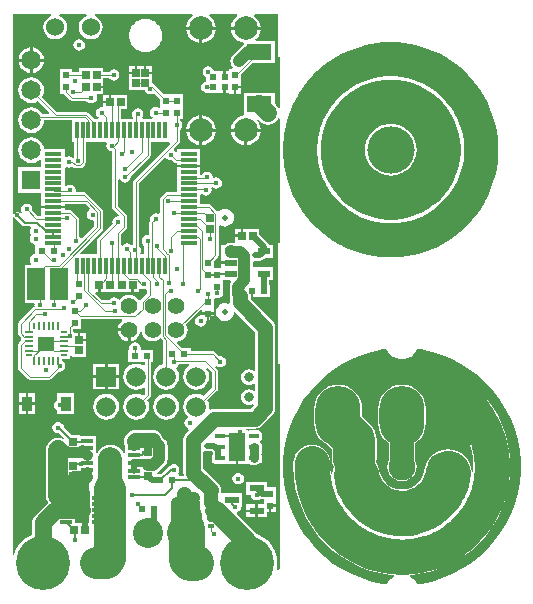
<source format=gbl>
G04*
G04 #@! TF.GenerationSoftware,Altium Limited,Altium Designer,20.0.13 (296)*
G04*
G04 Layer_Physical_Order=4*
G04 Layer_Color=16711680*
%FSLAX25Y25*%
%MOIN*%
G70*
G01*
G75*
%ADD10R,0.02559X0.02520*%
%ADD12R,0.02362X0.01968*%
%ADD13R,0.01968X0.02362*%
%ADD23R,0.02520X0.02559*%
%ADD29C,0.00800*%
%ADD30C,0.00400*%
%ADD31C,0.03000*%
%ADD32C,0.08000*%
%ADD33C,0.04000*%
%ADD35C,0.02000*%
%ADD36C,0.02500*%
%ADD38C,0.05000*%
%ADD39C,0.04500*%
%ADD40C,0.03500*%
%ADD41C,0.06500*%
%ADD42C,0.11200*%
%ADD43O,0.15000X0.20000*%
%ADD45C,0.14575*%
%ADD46C,0.15000*%
%ADD47C,0.11500*%
%ADD51C,0.07000*%
%ADD52C,0.03150*%
%ADD53C,0.06000*%
%ADD54C,0.05512*%
%ADD55R,0.05300X0.04800*%
%ADD56R,0.06496X0.06496*%
%ADD57C,0.06496*%
%ADD58R,0.06555X0.06555*%
%ADD59C,0.06555*%
%ADD60C,0.07874*%
%ADD61C,0.18000*%
%ADD62C,0.10000*%
%ADD63C,0.01968*%
%ADD64C,0.01772*%
%ADD65C,0.09000*%
%ADD68C,0.06000*%
%ADD70R,0.03937X0.01181*%
%ADD71R,0.01968X0.01378*%
%ADD72R,0.01181X0.01575*%
%ADD73R,0.06500X0.09646*%
%ADD74R,0.01693X0.01496*%
%ADD75R,0.03937X0.01378*%
%ADD76R,0.00600X0.02200*%
%ADD77R,0.00787X0.02953*%
%ADD78R,0.02200X0.00600*%
%ADD79R,0.02953X0.00787*%
%ADD80R,0.04331X0.02362*%
%ADD81R,0.08268X0.05512*%
%ADD82R,0.05906X0.10630*%
%ADD83R,0.04921X0.02362*%
%ADD84R,0.05500X0.09331*%
G04:AMPARAMS|DCode=85|XSize=33.86mil|YSize=15.75mil|CornerRadius=1.97mil|HoleSize=0mil|Usage=FLASHONLY|Rotation=0.000|XOffset=0mil|YOffset=0mil|HoleType=Round|Shape=RoundedRectangle|*
%AMROUNDEDRECTD85*
21,1,0.03386,0.01181,0,0,0.0*
21,1,0.02992,0.01575,0,0,0.0*
1,1,0.00394,0.01496,-0.00591*
1,1,0.00394,-0.01496,-0.00591*
1,1,0.00394,-0.01496,0.00591*
1,1,0.00394,0.01496,0.00591*
%
%ADD85ROUNDEDRECTD85*%
%ADD86R,0.03583X0.04803*%
%ADD87R,0.01181X0.05807*%
%ADD88R,0.05807X0.01181*%
%ADD89C,0.12000*%
%ADD90C,0.05500*%
%ADD91C,0.10500*%
%ADD92C,0.15750*%
%ADD93C,0.14000*%
%ADD94C,0.00500*%
%ADD95R,0.04500X0.09055*%
G36*
X609120Y574900D02*
X609181Y574593D01*
X609355Y574333D01*
X609615Y574158D01*
X609908Y574100D01*
Y557141D01*
X609408Y557042D01*
X609319Y557255D01*
X608710Y558049D01*
X608134Y558625D01*
Y562094D01*
X603584D01*
X603000Y562171D01*
X602416Y562094D01*
X597866D01*
Y554583D01*
X597866Y554583D01*
X597412Y554495D01*
X597262Y554475D01*
X596061Y553978D01*
X595030Y553187D01*
X594239Y552155D01*
X593741Y550954D01*
X593637Y550165D01*
X598551D01*
X603465D01*
X603361Y550954D01*
X602864Y552155D01*
X602230Y552982D01*
X602606Y553312D01*
X603290Y552628D01*
X604084Y552019D01*
X605008Y551636D01*
X606000Y551506D01*
X606992Y551636D01*
X607916Y552019D01*
X608710Y552628D01*
X609319Y553422D01*
X609408Y553636D01*
X609908Y553536D01*
Y512113D01*
X609610Y512054D01*
X609349Y511880D01*
X609175Y511619D01*
X609114Y511312D01*
Y472444D01*
X609175Y472137D01*
X609349Y471876D01*
X609610Y471702D01*
X609908Y471643D01*
Y403351D01*
X609600Y403290D01*
X609443Y403185D01*
X609023Y403196D01*
X608825Y403246D01*
X608786Y403312D01*
X608855Y403540D01*
X609048Y405500D01*
X608855Y407460D01*
X608284Y409345D01*
X607355Y411083D01*
X606105Y412605D01*
X604583Y413855D01*
X602845Y414783D01*
X602203Y414978D01*
X601889Y415388D01*
X595580Y421697D01*
X595680Y422178D01*
X595751Y422233D01*
X596360Y422640D01*
X596776Y423264D01*
X596923Y424000D01*
X597185Y424319D01*
X597327D01*
Y428681D01*
X590645D01*
X590195Y429094D01*
X590258Y429571D01*
X590144Y430432D01*
X589812Y431235D01*
X589283Y431924D01*
X584329Y436879D01*
Y442491D01*
X584599Y442635D01*
X584829Y442711D01*
X585500Y442577D01*
X585940Y442665D01*
X587090D01*
X587515Y442240D01*
Y441729D01*
X587491Y441713D01*
X587227Y441317D01*
X587134Y440850D01*
Y439669D01*
X587227Y439202D01*
X587491Y438806D01*
X587887Y438542D01*
X588354Y438449D01*
X591347D01*
X591559Y438491D01*
X591750Y438335D01*
Y438335D01*
X595100D01*
Y444000D01*
X595900D01*
Y438335D01*
X599250D01*
X599250Y438335D01*
X599750Y438429D01*
X600252Y438093D01*
X601150Y437915D01*
X602047Y438093D01*
X602579Y438449D01*
X602646D01*
X603113Y438542D01*
X603509Y438806D01*
X603773Y439202D01*
X603866Y439669D01*
Y440850D01*
X603773Y441317D01*
X603625Y441538D01*
X603776Y441764D01*
X603923Y442500D01*
X603804Y443097D01*
X603866Y443409D01*
Y444591D01*
X603773Y445057D01*
X603509Y445453D01*
X603305Y445589D01*
Y446151D01*
X603509Y446287D01*
X603773Y446683D01*
X603866Y447150D01*
Y448331D01*
X603773Y448798D01*
X603509Y449194D01*
X603113Y449458D01*
X602646Y449551D01*
X599653D01*
X599441Y449509D01*
X599250Y449665D01*
Y449665D01*
X598224D01*
X598220Y449672D01*
X598504Y450172D01*
X601500D01*
X602361Y450285D01*
X602832Y450480D01*
X603164Y450618D01*
X603854Y451146D01*
X607354Y454646D01*
X607882Y455336D01*
X608215Y456139D01*
X608328Y457000D01*
Y483863D01*
X608215Y484725D01*
X607882Y485528D01*
X607354Y486217D01*
X600055Y493516D01*
X600132Y493701D01*
Y496000D01*
X600932D01*
Y494016D01*
X606650D01*
Y497984D01*
X606347D01*
Y499579D01*
X607677D01*
Y503941D01*
X601346D01*
Y503941D01*
X600878Y504016D01*
Y505807D01*
X601264Y506124D01*
X601500Y506077D01*
X601940Y506165D01*
X603272D01*
X603974Y506304D01*
X604569Y506702D01*
X604926Y507059D01*
X607677D01*
Y511421D01*
X606215D01*
X606207Y511462D01*
X605809Y512058D01*
X603051Y514816D01*
Y516760D01*
X597628D01*
Y514500D01*
X597228D01*
Y514100D01*
X594949D01*
Y512240D01*
X594588Y511905D01*
X594371D01*
X594219Y511968D01*
X593488Y512064D01*
X592757Y511968D01*
X592076Y511686D01*
X591731Y511421D01*
X590323D01*
Y507059D01*
Y505900D01*
X593488D01*
Y505100D01*
X590323D01*
Y503650D01*
X587984D01*
Y506011D01*
X589143Y507170D01*
X589364Y507500D01*
X589442Y507891D01*
Y517761D01*
X589942Y518008D01*
X590078Y517903D01*
X590800Y517604D01*
X591575Y517502D01*
X592350Y517604D01*
X593072Y517903D01*
X593692Y518379D01*
X594168Y518999D01*
X594467Y519721D01*
X594569Y520496D01*
X594467Y521271D01*
X594168Y521993D01*
X593692Y522613D01*
X593072Y523089D01*
X592350Y523388D01*
X591575Y523490D01*
X590800Y523388D01*
X590078Y523089D01*
X589579Y522706D01*
X589425Y522619D01*
X588897Y522704D01*
X586880Y524721D01*
X586550Y524942D01*
X586160Y525020D01*
X583403D01*
Y528188D01*
X583768Y528358D01*
X583904Y528374D01*
X584486Y527985D01*
X585222Y527839D01*
X585957Y527985D01*
X586581Y528402D01*
X586998Y529026D01*
X587144Y529762D01*
X587047Y530248D01*
X587498Y530549D01*
X587945Y530250D01*
X588681Y530104D01*
X589417Y530250D01*
X590041Y530667D01*
X590457Y531291D01*
X590604Y532026D01*
X590457Y532762D01*
X590041Y533386D01*
X589417Y533803D01*
X588681Y533949D01*
X587945Y533803D01*
X587940Y533800D01*
X587461Y534080D01*
X587347Y534654D01*
X586930Y535278D01*
X586306Y535694D01*
X585570Y535841D01*
X584834Y535694D01*
X584210Y535278D01*
X583933Y534862D01*
X583403D01*
Y537402D01*
X579500D01*
X575597D01*
Y536189D01*
Y532252D01*
Y528957D01*
X572257D01*
X571867Y528879D01*
X571536Y528658D01*
X570225Y527346D01*
X570004Y527016D01*
X569926Y526625D01*
Y521927D01*
X569426Y521660D01*
X569204Y521808D01*
X568469Y521954D01*
X567733Y521808D01*
X567109Y521391D01*
X566692Y520767D01*
X566546Y520031D01*
X566631Y519604D01*
X566472Y519367D01*
X566395Y518977D01*
Y514960D01*
X566008Y514643D01*
X565768Y514690D01*
X565032Y514544D01*
X564408Y514127D01*
X563991Y513504D01*
X563845Y512768D01*
X563991Y512032D01*
X564408Y511408D01*
X564748Y511181D01*
Y508266D01*
X563606D01*
X563339Y508766D01*
X563461Y508949D01*
X563608Y509685D01*
X563461Y510421D01*
X563045Y511045D01*
X562850Y511174D01*
Y531908D01*
X571356Y540414D01*
X572000Y540351D01*
X572140Y540140D01*
X572764Y539724D01*
X573500Y539577D01*
X573901Y539657D01*
X574531Y539027D01*
X574862Y538806D01*
X575252Y538728D01*
X575597D01*
Y538157D01*
X579500D01*
X583403D01*
Y540126D01*
Y543307D01*
X575597D01*
Y542657D01*
X575097Y542505D01*
X574860Y542860D01*
X574649Y543000D01*
X574586Y543644D01*
X576221Y545279D01*
X576442Y545610D01*
X576520Y546000D01*
Y549748D01*
X576860Y549975D01*
X577276Y550599D01*
X577423Y551335D01*
X577276Y552071D01*
X576860Y552694D01*
X576626Y552850D01*
X576731Y553350D01*
X577484D01*
Y557287D01*
Y561650D01*
X571261D01*
X568163Y564748D01*
X568088Y564860D01*
X567464Y565276D01*
X567260Y565317D01*
Y568372D01*
X565000D01*
Y568772D01*
X564600D01*
Y571051D01*
X562400D01*
Y568772D01*
X562000D01*
Y568372D01*
X559740D01*
Y566492D01*
Y562949D01*
X564915D01*
X564952Y562764D01*
X565369Y562140D01*
X565992Y561724D01*
X566728Y561577D01*
X567464Y561724D01*
X567967Y562060D01*
X570016Y560011D01*
Y557367D01*
X569853Y557226D01*
X569516Y557100D01*
X569204Y557308D01*
X568469Y557454D01*
X567733Y557308D01*
X567109Y556891D01*
X566692Y556267D01*
X566546Y555532D01*
X566692Y554796D01*
X567109Y554172D01*
X567446Y553947D01*
X567294Y553447D01*
X564332D01*
X564064Y553947D01*
X564276Y554264D01*
X564423Y555000D01*
X564276Y555736D01*
X563860Y556360D01*
X563236Y556776D01*
X562500Y556923D01*
X561764Y556776D01*
X561140Y556360D01*
X560724Y555736D01*
X560577Y555000D01*
X560724Y554264D01*
X560811Y554133D01*
Y553447D01*
X556945D01*
Y556740D01*
X559051D01*
Y561260D01*
X553628D01*
Y559000D01*
X553228D01*
Y558600D01*
X550949D01*
Y557728D01*
X550562Y557410D01*
X550500Y557423D01*
X549764Y557276D01*
X549140Y556860D01*
X548724Y556236D01*
X548577Y555500D01*
X548724Y554764D01*
X549140Y554140D01*
X549430Y553947D01*
X549278Y553447D01*
X548126D01*
X546052Y555521D01*
X545722Y555742D01*
X545331Y555820D01*
X535622D01*
X530656Y560786D01*
X530711Y560858D01*
X531139Y561891D01*
X531285Y563000D01*
X531139Y564109D01*
X530711Y565142D01*
X530030Y566030D01*
X529142Y566711D01*
X528109Y567139D01*
X527000Y567285D01*
X525891Y567139D01*
X524858Y566711D01*
X523970Y566030D01*
X523289Y565142D01*
X522861Y564109D01*
X522715Y563000D01*
X522861Y561891D01*
X523289Y560858D01*
X523970Y559970D01*
X524858Y559289D01*
X525891Y558861D01*
X527000Y558715D01*
X528109Y558861D01*
X529142Y559289D01*
X529214Y559344D01*
X533077Y555481D01*
X532885Y555020D01*
X530761D01*
X530711Y555142D01*
X530030Y556030D01*
X529142Y556711D01*
X528109Y557139D01*
X527000Y557285D01*
X525891Y557139D01*
X524858Y556711D01*
X523970Y556030D01*
X523289Y555142D01*
X522861Y554109D01*
X522715Y553000D01*
X522861Y551891D01*
X523289Y550858D01*
X523970Y549970D01*
X524858Y549289D01*
X525891Y548861D01*
X527000Y548715D01*
X528109Y548861D01*
X529142Y549289D01*
X530030Y549970D01*
X530711Y550858D01*
X531139Y551891D01*
X531282Y552980D01*
X540555D01*
Y545640D01*
X541126D01*
Y540838D01*
X540823Y540384D01*
X540236Y540776D01*
X539500Y540923D01*
X538764Y540776D01*
X538663Y540709D01*
X538222Y540945D01*
Y543307D01*
X531244D01*
X531139Y544109D01*
X530711Y545142D01*
X530030Y546030D01*
X529142Y546711D01*
X528109Y547139D01*
X527000Y547285D01*
X525891Y547139D01*
X524858Y546711D01*
X523970Y546030D01*
X523289Y545142D01*
X522861Y544109D01*
X522715Y543000D01*
X522861Y541891D01*
X523289Y540858D01*
X523970Y539970D01*
X524858Y539289D01*
X525891Y538861D01*
X527000Y538715D01*
X528109Y538861D01*
X529142Y539289D01*
X529915Y539883D01*
X530299Y539754D01*
X530415Y539660D01*
Y537248D01*
X522752D01*
Y528752D01*
X530415D01*
Y524378D01*
Y524378D01*
X534319D01*
X538222D01*
Y524949D01*
X545046D01*
X546458Y523537D01*
X546409Y523039D01*
X546140Y522860D01*
X545724Y522236D01*
X545577Y521500D01*
X545724Y520764D01*
X546140Y520140D01*
X546764Y519724D01*
X547500Y519577D01*
X547680Y519613D01*
X548066Y519296D01*
Y517639D01*
X544076Y513650D01*
X543433Y513713D01*
X543285Y513934D01*
X542945Y514161D01*
Y519926D01*
X542868Y520316D01*
X542647Y520647D01*
X540541Y522753D01*
X540210Y522973D01*
X539820Y523051D01*
X538222D01*
Y523622D01*
X534319D01*
X530415D01*
Y521083D01*
X529107D01*
X527343Y522847D01*
X527423Y523248D01*
X527276Y523984D01*
X526860Y524608D01*
X526236Y525024D01*
X525500Y525171D01*
X524764Y525024D01*
X524140Y524608D01*
X523724Y523984D01*
X523577Y523248D01*
X523724Y522512D01*
X523926Y522210D01*
X523537Y521891D01*
X523272Y522157D01*
X522875Y522422D01*
X522406Y522515D01*
X521938Y522422D01*
X521541Y522157D01*
X521328Y521837D01*
X520991Y521862D01*
X520828Y521920D01*
Y588260D01*
X533526D01*
X533625Y587760D01*
X532983Y587494D01*
X532147Y586853D01*
X531506Y586017D01*
X531103Y585044D01*
X530966Y584000D01*
X531103Y582956D01*
X531506Y581983D01*
X532147Y581147D01*
X532983Y580506D01*
X533956Y580103D01*
X535000Y579965D01*
X536044Y580103D01*
X537017Y580506D01*
X537853Y581147D01*
X538494Y581983D01*
X538897Y582956D01*
X539035Y584000D01*
X538897Y585044D01*
X538494Y586017D01*
X537853Y586853D01*
X537017Y587494D01*
X536375Y587760D01*
X536475Y588260D01*
X545336D01*
X545436Y587760D01*
X544794Y587494D01*
X543958Y586853D01*
X543317Y586017D01*
X542914Y585044D01*
X542776Y584000D01*
X542914Y582956D01*
X543317Y581983D01*
X543958Y581147D01*
X544794Y580506D01*
X545767Y580103D01*
X546811Y579965D01*
X547855Y580103D01*
X548828Y580506D01*
X549664Y581147D01*
X550305Y581983D01*
X550708Y582956D01*
X550845Y584000D01*
X550708Y585044D01*
X550305Y586017D01*
X549664Y586853D01*
X548828Y587494D01*
X548186Y587760D01*
X548285Y588260D01*
X580627Y588260D01*
X580796Y587760D01*
X580069Y587202D01*
X579278Y586171D01*
X578781Y584970D01*
X578677Y584181D01*
X583591D01*
X588504D01*
X588401Y584970D01*
X587903Y586171D01*
X587112Y587202D01*
X586385Y587760D01*
X586554Y588260D01*
X595587D01*
X595757Y587760D01*
X595030Y587202D01*
X594239Y586171D01*
X593741Y584970D01*
X593637Y584181D01*
X598551D01*
X603465D01*
X603361Y584970D01*
X602864Y586171D01*
X602072Y587202D01*
X601345Y587760D01*
X601515Y588260D01*
X609120D01*
Y574900D01*
D02*
G37*
G36*
X552205Y545140D02*
X552077Y544500D01*
X552224Y543764D01*
X552640Y543140D01*
X553264Y542724D01*
X553980Y542581D01*
Y524000D01*
X554058Y523610D01*
X554279Y523279D01*
X556157Y521401D01*
X556064Y521117D01*
X555940Y520911D01*
X555264Y520776D01*
X554640Y520360D01*
X554224Y519736D01*
X554077Y519000D01*
X554157Y518599D01*
X549299Y513741D01*
X549078Y513410D01*
X549000Y513020D01*
Y508266D01*
X543361D01*
X543170Y508728D01*
X550607Y516165D01*
X550828Y516496D01*
X550905Y516886D01*
Y522683D01*
X550828Y523073D01*
X550607Y523404D01*
X545352Y528658D01*
X545022Y528879D01*
X544631Y528957D01*
X542165D01*
X541847Y529343D01*
X541886Y529537D01*
X541740Y530273D01*
X541323Y530897D01*
X540699Y531313D01*
X539963Y531460D01*
X539227Y531313D01*
X538722Y530976D01*
X538316Y531124D01*
X538222Y531197D01*
Y532252D01*
Y537055D01*
X538663Y537291D01*
X538764Y537224D01*
X539500Y537077D01*
X540236Y537224D01*
X540749Y537566D01*
X541122Y537193D01*
X541453Y536972D01*
X541843Y536895D01*
X543157D01*
X543547Y536972D01*
X543878Y537193D01*
X544835Y538151D01*
X545056Y538481D01*
X545134Y538871D01*
Y545640D01*
X551938D01*
X552205Y545140D01*
D02*
G37*
G36*
X573198Y545140D02*
X561110Y533052D01*
X560889Y532721D01*
X560811Y532331D01*
Y511584D01*
X560537Y511448D01*
X560311Y511392D01*
X559736Y511776D01*
X559000Y511923D01*
X558264Y511776D01*
X557640Y511360D01*
X557445Y511067D01*
X556945Y511219D01*
Y515003D01*
X558721Y516779D01*
X558942Y517110D01*
X559020Y517500D01*
Y521000D01*
X558942Y521390D01*
X558721Y521721D01*
X556020Y524422D01*
Y533170D01*
X556249Y533246D01*
X556520Y533253D01*
X556891Y532696D01*
X557515Y532280D01*
X558251Y532133D01*
X558987Y532280D01*
X559611Y532696D01*
X560027Y533320D01*
X560174Y534056D01*
X560122Y534315D01*
X566489Y540681D01*
X566710Y541012D01*
X566787Y541402D01*
Y545640D01*
X572991D01*
X573198Y545140D01*
D02*
G37*
G36*
X593658Y499079D02*
X593554Y498943D01*
X593272Y498262D01*
X593176Y497531D01*
Y494972D01*
X593184Y494913D01*
X593122Y494445D01*
Y492413D01*
X593164Y492096D01*
X592706Y491745D01*
X592350Y491892D01*
X591575Y491994D01*
X590800Y491892D01*
X590078Y491593D01*
X589458Y491117D01*
X588982Y490497D01*
X588683Y489775D01*
X588581Y489000D01*
X588683Y488225D01*
X588982Y487503D01*
X589458Y486883D01*
X590078Y486407D01*
X590800Y486108D01*
X591575Y486006D01*
X592350Y486108D01*
X593072Y486407D01*
X593692Y486883D01*
X594168Y487503D01*
X594467Y488225D01*
X594555Y488894D01*
X595007Y489149D01*
X601672Y482485D01*
Y469595D01*
X601171Y469349D01*
X600850Y469595D01*
X600223Y469855D01*
X599551Y469943D01*
X598879Y469855D01*
X598253Y469595D01*
X597715Y469183D01*
X597302Y468645D01*
X597043Y468019D01*
X596954Y467346D01*
X597043Y466674D01*
X597302Y466048D01*
X597715Y465510D01*
X598253Y465097D01*
X598879Y464838D01*
X599551Y464749D01*
X600223Y464838D01*
X600850Y465097D01*
X601171Y465344D01*
X601672Y465098D01*
Y462902D01*
X601171Y462656D01*
X600850Y462903D01*
X600223Y463162D01*
X599551Y463251D01*
X598879Y463162D01*
X598253Y462903D01*
X597715Y462490D01*
X597302Y461952D01*
X597043Y461326D01*
X596954Y460654D01*
X597043Y459981D01*
X597302Y459355D01*
X597715Y458817D01*
X598253Y458404D01*
X598879Y458145D01*
X599551Y458057D01*
X600223Y458145D01*
X600752Y458364D01*
X601084Y458256D01*
X601300Y458120D01*
X601316Y458023D01*
X600121Y456828D01*
X588000D01*
X587139Y456715D01*
X586691Y456530D01*
X586233Y456881D01*
X586314Y457500D01*
X586167Y458617D01*
X585748Y459628D01*
X588894Y462774D01*
X589115Y463105D01*
X589193Y463495D01*
Y469477D01*
X589115Y469867D01*
X588894Y470198D01*
X588377Y470715D01*
X588695Y471104D01*
X589264Y470724D01*
X590000Y470577D01*
X590736Y470724D01*
X591360Y471140D01*
X591776Y471764D01*
X591923Y472500D01*
X591776Y473236D01*
X591360Y473860D01*
X590736Y474276D01*
X590000Y474423D01*
X589599Y474343D01*
X588221Y475721D01*
X587890Y475942D01*
X587500Y476020D01*
X580150D01*
Y476984D01*
X577426D01*
X575609Y478801D01*
X575788Y479329D01*
X576355Y479404D01*
X577268Y479782D01*
X578053Y480384D01*
X578655Y481169D01*
X579033Y482083D01*
X579162Y483063D01*
X579033Y484044D01*
X578671Y484918D01*
X583554Y489801D01*
X584016Y489610D01*
Y488932D01*
X587984D01*
Y490287D01*
Y493355D01*
X588484Y493680D01*
X589000Y493577D01*
X589736Y493724D01*
X590360Y494140D01*
X590776Y494764D01*
X590893Y495350D01*
X590984D01*
Y499579D01*
X593412D01*
X593658Y499079D01*
D02*
G37*
G36*
X550128Y495740D02*
X560372D01*
Y498000D01*
X561172D01*
Y495740D01*
X563051D01*
Y496599D01*
X563551Y496866D01*
X563764Y496724D01*
X564500Y496577D01*
X564980Y496673D01*
X565480Y496332D01*
Y495168D01*
X563423Y493111D01*
X563383Y493051D01*
X563272Y493015D01*
X562785Y493052D01*
X562305Y493679D01*
X561520Y494281D01*
X560606Y494659D01*
X559626Y494788D01*
X558645Y494659D01*
X557732Y494281D01*
X556947Y493679D01*
X556573Y493191D01*
X555959Y493212D01*
X555860Y493360D01*
X555236Y493776D01*
X554500Y493923D01*
X553764Y493776D01*
X553140Y493360D01*
X552913Y493020D01*
X550554D01*
X548295Y495278D01*
X548486Y495740D01*
X549328D01*
Y498000D01*
X550128D01*
Y495740D01*
D02*
G37*
G36*
X656912Y476569D02*
X660434Y475830D01*
X663874Y474774D01*
X667204Y473409D01*
X670396Y471748D01*
X673424Y469804D01*
X676264Y467594D01*
X678890Y465134D01*
X681283Y462446D01*
X683422Y459552D01*
X685289Y456476D01*
X686869Y453243D01*
X688149Y449880D01*
X689119Y446414D01*
X689769Y442875D01*
X690096Y439291D01*
Y435693D01*
X689769Y432109D01*
X689119Y428570D01*
X688149Y425104D01*
X686869Y421741D01*
X685289Y418508D01*
X683422Y415432D01*
X681283Y412538D01*
X678890Y409850D01*
X676264Y407391D01*
X673424Y405180D01*
X670396Y403236D01*
X667204Y401575D01*
X663874Y400211D01*
X660433Y399154D01*
X656912Y398415D01*
X655730Y398277D01*
X655725Y398292D01*
X655209Y399177D01*
X655154Y399240D01*
X655110Y399312D01*
X654422Y400072D01*
X654355Y400122D01*
X654298Y400183D01*
X653467Y400783D01*
X653391Y400818D01*
X653322Y400867D01*
X653185Y400928D01*
X653279Y401433D01*
X654092Y401473D01*
X657606Y401994D01*
X661051Y402857D01*
X664395Y404053D01*
X667606Y405572D01*
X670653Y407398D01*
X673505Y409514D01*
X676137Y411899D01*
X678523Y414531D01*
X680638Y417384D01*
X682465Y420431D01*
X683983Y423641D01*
X685180Y426986D01*
X686043Y430431D01*
X686564Y433945D01*
X686738Y437492D01*
X686564Y441040D01*
X686043Y444553D01*
X685180Y447999D01*
X683983Y451343D01*
X682465Y454554D01*
X680638Y457600D01*
X678583Y460371D01*
X678523Y460453D01*
X678257Y460746D01*
X677925Y461109D01*
X677896Y461145D01*
X676959Y461914D01*
X675891Y462485D01*
X674731Y462837D01*
X673526Y462956D01*
X672320Y462837D01*
X671161Y462485D01*
X670093Y461914D01*
X669156Y461145D01*
X668388Y460209D01*
X667816Y459141D01*
X667465Y457981D01*
X667346Y456776D01*
X667465Y455570D01*
X667816Y454411D01*
X668388Y453342D01*
X668814Y452822D01*
X668785Y452798D01*
X669181Y452354D01*
X670728Y450174D01*
X672021Y447835D01*
X673044Y445365D01*
X673784Y442796D01*
X674232Y440161D01*
X674382Y437492D01*
X674288Y435810D01*
X673786Y435799D01*
X673679Y436884D01*
X673228Y438373D01*
X672494Y439745D01*
X671507Y440948D01*
X670304Y441935D01*
X668931Y442669D01*
X667442Y443121D01*
X665894Y443273D01*
X664345Y443121D01*
X662856Y442669D01*
X661483Y441935D01*
X661308Y441791D01*
X661262Y441772D01*
X660239Y440987D01*
X659453Y439963D01*
X659434Y439917D01*
X659293Y439745D01*
X658560Y438373D01*
X658120Y436922D01*
X658108Y436884D01*
X658028Y436440D01*
X657966Y435947D01*
X657554Y434589D01*
X656852Y433277D01*
X655909Y432128D01*
X654759Y431184D01*
X653448Y430483D01*
X652025Y430051D01*
X650545Y429906D01*
X649064Y430051D01*
X647641Y430483D01*
X646330Y431184D01*
X645180Y432128D01*
X644237Y433277D01*
X643536Y434589D01*
X643198Y435700D01*
X643088Y436177D01*
X643066Y436349D01*
X642974Y436652D01*
X642614Y437838D01*
X642134Y438736D01*
X642130Y438771D01*
X641994Y439098D01*
X642101Y440182D01*
Y446384D01*
X641958Y447835D01*
X641535Y449230D01*
X640848Y450515D01*
X639923Y451642D01*
X637276Y454289D01*
Y456884D01*
X637123Y458433D01*
X636672Y459922D01*
X635938Y461295D01*
X634951Y462497D01*
X633748Y463485D01*
X632375Y464218D01*
X630886Y464670D01*
X629338Y464822D01*
X627789Y464670D01*
X626300Y464218D01*
X624928Y463485D01*
X623725Y462497D01*
X622737Y461295D01*
X622004Y459922D01*
X621552Y458433D01*
X621399Y456884D01*
Y451884D01*
X621552Y450336D01*
X622004Y448846D01*
X622737Y447474D01*
X623725Y446271D01*
X624928Y445284D01*
X625620Y444914D01*
X627229Y443304D01*
Y440182D01*
X627372Y438732D01*
X627795Y437339D01*
X627494Y436349D01*
X627353Y434912D01*
X626851Y434922D01*
X626707Y437492D01*
X626754Y438323D01*
X626754Y438323D01*
X626743Y438539D01*
X626717Y438802D01*
X626717Y438802D01*
X626715Y438819D01*
X626624Y439745D01*
X626272Y440904D01*
X625701Y441972D01*
X624933Y442909D01*
X623996Y443677D01*
X622928Y444248D01*
X621768Y444600D01*
X620563Y444719D01*
X619357Y444600D01*
X618198Y444248D01*
X617130Y443677D01*
X616193Y442909D01*
X615424Y441972D01*
X614853Y440904D01*
X614502Y439745D01*
X614404Y438754D01*
X614404D01*
X614412Y438745D01*
X614351Y437492D01*
X614525Y433945D01*
X615046Y430431D01*
X615909Y426986D01*
X617106Y423641D01*
X618625Y420431D01*
X620451Y417384D01*
X622567Y414531D01*
X624952Y411899D01*
X627584Y409514D01*
X630437Y407398D01*
X633483Y405572D01*
X636694Y404053D01*
X640038Y402857D01*
X643483Y401994D01*
X646997Y401473D01*
X647810Y401433D01*
X647904Y400928D01*
X647767Y400867D01*
X647698Y400818D01*
X647622Y400783D01*
X646792Y400183D01*
X646734Y400122D01*
X646667Y400072D01*
X645979Y399312D01*
X645936Y399240D01*
X645880Y399177D01*
X645364Y398292D01*
X645359Y398277D01*
X644177Y398415D01*
X640656Y399154D01*
X637216Y400211D01*
X633886Y401575D01*
X630693Y403236D01*
X627665Y405180D01*
X624826Y407391D01*
X622199Y409850D01*
X619806Y412538D01*
X617667Y415432D01*
X615800Y418508D01*
X614220Y421741D01*
X612940Y425104D01*
X611971Y428570D01*
X611320Y432109D01*
X610993Y435693D01*
Y439291D01*
X611320Y442875D01*
X611971Y446414D01*
X612940Y449880D01*
X614220Y453243D01*
X615800Y456476D01*
X617667Y459552D01*
X619806Y462446D01*
X622199Y465134D01*
X624826Y467594D01*
X627665Y469804D01*
X630693Y471748D01*
X633886Y473409D01*
X637216Y474774D01*
X640656Y475830D01*
X644177Y476569D01*
X645359Y476707D01*
X645364Y476693D01*
X645880Y475807D01*
X645936Y475744D01*
X645979Y475672D01*
X646667Y474913D01*
X646734Y474863D01*
X646792Y474801D01*
X647622Y474201D01*
X647698Y474166D01*
X647767Y474117D01*
X648704Y473702D01*
X648786Y473684D01*
X648863Y473651D01*
X649866Y473438D01*
X649950Y473437D01*
X650032Y473421D01*
X651057D01*
X651139Y473437D01*
X651223Y473438D01*
X652226Y473651D01*
X652303Y473684D01*
X652385Y473702D01*
X653322Y474117D01*
X653391Y474166D01*
X653467Y474201D01*
X654298Y474801D01*
X654355Y474863D01*
X654422Y474913D01*
X655110Y475672D01*
X655154Y475744D01*
X655209Y475807D01*
X655725Y476693D01*
X655730Y476707D01*
X656912Y476569D01*
D02*
G37*
G36*
X521541Y520427D02*
X524012Y517956D01*
X524409Y517691D01*
X524877Y517597D01*
X526698D01*
X526965Y517097D01*
X526724Y516736D01*
X526577Y516000D01*
X526724Y515264D01*
X527067Y514750D01*
X526724Y514236D01*
X526577Y513500D01*
X526724Y512764D01*
X527140Y512140D01*
X527764Y511724D01*
X527935Y511690D01*
X528350Y511484D01*
X528350Y511136D01*
Y508406D01*
X527780Y508292D01*
X527156Y507875D01*
X526739Y507252D01*
X526593Y506516D01*
X526739Y505780D01*
X527050Y505315D01*
X526835Y504815D01*
X524807D01*
Y492185D01*
X527819D01*
X528137Y491798D01*
X528077Y491500D01*
X528198Y490891D01*
X528024Y490856D01*
X527693Y490635D01*
X522779Y485721D01*
X522558Y485390D01*
X522480Y485000D01*
Y482000D01*
X522558Y481610D01*
X522779Y481279D01*
X523618Y480440D01*
Y479560D01*
X522779Y478721D01*
X522558Y478390D01*
X522480Y478000D01*
Y470500D01*
X522558Y470110D01*
X522779Y469779D01*
X525779Y466779D01*
X526110Y466558D01*
X526500Y466480D01*
X533000D01*
X533390Y466558D01*
X533721Y466779D01*
X536099Y469157D01*
X536500Y469077D01*
X537236Y469224D01*
X537860Y469640D01*
X538276Y470264D01*
X538423Y471000D01*
X538276Y471736D01*
X537860Y472360D01*
X537331Y472713D01*
Y473263D01*
X540005D01*
Y474391D01*
X540101Y474486D01*
X540304Y474556D01*
X540740Y474217D01*
Y473949D01*
X545260D01*
Y477492D01*
Y479372D01*
X543000D01*
Y479772D01*
X542600D01*
Y482051D01*
X541585D01*
X541371Y482371D01*
X541031Y482598D01*
Y483350D01*
X543484D01*
Y486624D01*
X557194D01*
X557364Y486125D01*
X556947Y485805D01*
X556345Y485020D01*
X555967Y484106D01*
X555903Y483626D01*
X559626D01*
Y483126D01*
X560126D01*
Y479403D01*
X560606Y479467D01*
X561520Y479845D01*
X562305Y480447D01*
X562907Y481232D01*
X563285Y482146D01*
X563307Y482309D01*
X563811D01*
X563841Y482083D01*
X564219Y481169D01*
X564821Y480384D01*
X565606Y479782D01*
X566519Y479404D01*
X567500Y479275D01*
X568480Y479404D01*
X569394Y479782D01*
X570051Y480286D01*
X570120Y480275D01*
X570980Y479415D01*
Y471680D01*
X570883Y471667D01*
X569843Y471236D01*
X568949Y470551D01*
X568264Y469657D01*
X567833Y468617D01*
X567686Y467500D01*
X567833Y466383D01*
X568264Y465343D01*
X568949Y464449D01*
X569843Y463764D01*
X570883Y463333D01*
X572000Y463186D01*
X573117Y463333D01*
X574157Y463764D01*
X575051Y464449D01*
X575736Y465343D01*
X576167Y466383D01*
X576314Y467500D01*
X576167Y468617D01*
X575736Y469657D01*
X575300Y470226D01*
X575288Y470313D01*
X575440Y470860D01*
X575860Y471140D01*
X576137Y471556D01*
X579438D01*
X579608Y471056D01*
X578949Y470551D01*
X578264Y469657D01*
X577833Y468617D01*
X577685Y467500D01*
X577833Y466383D01*
X578264Y465343D01*
X578949Y464449D01*
X579843Y463764D01*
X580883Y463333D01*
X582000Y463186D01*
X583117Y463333D01*
X584157Y463764D01*
X585051Y464449D01*
X585736Y465343D01*
X586167Y466383D01*
X586314Y467500D01*
X586167Y468617D01*
X585736Y469657D01*
X585383Y470119D01*
X585759Y470449D01*
X587154Y469055D01*
Y463917D01*
X584336Y461099D01*
X584157Y461236D01*
X583117Y461667D01*
X582000Y461814D01*
X580883Y461667D01*
X579843Y461236D01*
X578949Y460551D01*
X578264Y459657D01*
X577833Y458617D01*
X577685Y457500D01*
X577833Y456383D01*
X578264Y455343D01*
X578949Y454449D01*
X579223Y454239D01*
X579125Y453684D01*
X578640Y453360D01*
X578224Y452736D01*
X578077Y452000D01*
X578224Y451264D01*
X578640Y450640D01*
X579264Y450224D01*
X579372Y450202D01*
X579517Y449724D01*
X578646Y448854D01*
X578118Y448164D01*
X577980Y447832D01*
X577785Y447362D01*
X577671Y446500D01*
Y435500D01*
X577774Y434724D01*
X577634Y434412D01*
X577508Y434224D01*
X576150D01*
Y434984D01*
X576150Y434984D01*
X576150D01*
X576089Y435484D01*
X576276Y435764D01*
X576423Y436500D01*
X576276Y437236D01*
X575860Y437860D01*
X575236Y438276D01*
X574500Y438423D01*
X573764Y438276D01*
X573140Y437860D01*
X572926Y437539D01*
X572666Y437365D01*
X570285Y434984D01*
X569293D01*
X569051Y435432D01*
X569054Y435484D01*
X569610Y435911D01*
X571657Y437958D01*
X572106Y438543D01*
X572388Y439224D01*
X572484Y439955D01*
Y444502D01*
X572388Y445233D01*
X572106Y445914D01*
X571657Y446499D01*
X570659Y447497D01*
X570382Y448164D01*
X569854Y448854D01*
X569164Y449382D01*
X568362Y449715D01*
X567500Y449828D01*
X561720D01*
X560859Y449715D01*
X560056Y449382D01*
X559367Y448854D01*
X558894Y448381D01*
X558385Y447717D01*
X558280D01*
Y447484D01*
X558033Y446889D01*
X557920Y446028D01*
X558033Y445166D01*
X558280Y444571D01*
Y441976D01*
X557780Y441907D01*
X557567Y442421D01*
X556797Y443423D01*
X555795Y444193D01*
X554627Y444676D01*
X553374Y444841D01*
X552121Y444676D01*
X550953Y444193D01*
X549951Y443423D01*
X549181Y442421D01*
X548969Y441907D01*
X548468Y442007D01*
Y444339D01*
Y447717D01*
X543260D01*
Y448051D01*
X540451D01*
X537903Y450599D01*
X537776Y451236D01*
X537360Y451860D01*
X536736Y452276D01*
X536000Y452423D01*
X535264Y452276D01*
X534640Y451860D01*
X534224Y451236D01*
X534077Y450500D01*
X534224Y449764D01*
X534640Y449140D01*
X535264Y448724D01*
X536000Y448577D01*
X536387Y448654D01*
X537906Y447135D01*
X537623Y446711D01*
X537057Y446946D01*
X536000Y447085D01*
X534943Y446946D01*
X533957Y446538D01*
X533111Y445889D01*
X532462Y445043D01*
X532054Y444057D01*
X531915Y443000D01*
Y439500D01*
Y427654D01*
X532054Y426596D01*
X532462Y425611D01*
X532503Y425558D01*
X532468Y425532D01*
X530468Y423532D01*
X528468Y421532D01*
X527899Y420790D01*
X527541Y419927D01*
X527419Y419000D01*
Y414864D01*
X527155Y414783D01*
X525417Y413855D01*
X523895Y412605D01*
X522645Y411083D01*
X521716Y409345D01*
X521328Y408064D01*
X520828Y408138D01*
Y520663D01*
X520991Y520721D01*
X521328Y520746D01*
X521541Y520427D01*
D02*
G37*
%LPC*%
G36*
X588504Y583181D02*
X584091D01*
Y578767D01*
X584879Y578871D01*
X586080Y579369D01*
X587112Y580160D01*
X587903Y581191D01*
X588401Y582392D01*
X588504Y583181D01*
D02*
G37*
G36*
X583091D02*
X578677D01*
X578781Y582392D01*
X579278Y581191D01*
X580069Y580160D01*
X581101Y579369D01*
X582302Y578871D01*
X583091Y578767D01*
Y583181D01*
D02*
G37*
G36*
X543000Y579923D02*
X542264Y579776D01*
X541640Y579360D01*
X541224Y578736D01*
X541077Y578000D01*
X541224Y577264D01*
X541640Y576640D01*
X542264Y576224D01*
X543000Y576077D01*
X543736Y576224D01*
X544360Y576640D01*
X544776Y577264D01*
X544923Y578000D01*
X544776Y578736D01*
X544360Y579360D01*
X543736Y579776D01*
X543000Y579923D01*
D02*
G37*
G36*
X565562Y586736D02*
X564670D01*
X564572Y586716D01*
X564471D01*
X563597Y586542D01*
X563504Y586504D01*
X563405Y586484D01*
X562581Y586143D01*
X562498Y586087D01*
X562405Y586049D01*
X561663Y585553D01*
X561592Y585482D01*
X561509Y585427D01*
X560878Y584796D01*
X560823Y584712D01*
X560752Y584641D01*
X560256Y583900D01*
X560218Y583807D01*
X560162Y583723D01*
X559821Y582900D01*
X559801Y582801D01*
X559763Y582708D01*
X559589Y581834D01*
Y581733D01*
X559569Y581635D01*
Y580743D01*
X559589Y580644D01*
Y580544D01*
X559763Y579669D01*
X559801Y579576D01*
X559821Y579478D01*
X560162Y578654D01*
X560218Y578571D01*
X560256Y578478D01*
X560752Y577736D01*
X560823Y577665D01*
X560878Y577582D01*
X561509Y576951D01*
X561593Y576895D01*
X561663Y576824D01*
X562405Y576329D01*
X562498Y576290D01*
X562581Y576234D01*
X563405Y575893D01*
X563504Y575874D01*
X563597Y575835D01*
X564471Y575661D01*
X564572D01*
X564670Y575642D01*
X565562D01*
X565661Y575661D01*
X565761D01*
X566636Y575835D01*
X566728Y575874D01*
X566827Y575893D01*
X567651Y576234D01*
X567734Y576290D01*
X567827Y576329D01*
X568569Y576824D01*
X568640Y576895D01*
X568723Y576951D01*
X569354Y577582D01*
X569410Y577665D01*
X569481Y577736D01*
X569976Y578478D01*
X570015Y578571D01*
X570070Y578654D01*
X570412Y579478D01*
X570431Y579576D01*
X570470Y579669D01*
X570644Y580544D01*
Y580644D01*
X570663Y580743D01*
Y581635D01*
X570644Y581733D01*
Y581834D01*
X570470Y582708D01*
X570431Y582801D01*
X570412Y582900D01*
X570070Y583723D01*
X570015Y583807D01*
X569976Y583900D01*
X569481Y584641D01*
X569410Y584712D01*
X569354Y584796D01*
X568723Y585427D01*
X568640Y585482D01*
X568569Y585553D01*
X567827Y586049D01*
X567734Y586087D01*
X567651Y586143D01*
X566827Y586484D01*
X566728Y586504D01*
X566636Y586542D01*
X565761Y586716D01*
X565661D01*
X565562Y586736D01*
D02*
G37*
G36*
X527500Y577219D02*
Y573500D01*
X531219D01*
X531139Y574109D01*
X530711Y575142D01*
X530030Y576030D01*
X529142Y576711D01*
X528109Y577139D01*
X527500Y577219D01*
D02*
G37*
G36*
X526500D02*
X525891Y577139D01*
X524858Y576711D01*
X523970Y576030D01*
X523289Y575142D01*
X522861Y574109D01*
X522781Y573500D01*
X526500D01*
Y577219D01*
D02*
G37*
G36*
X567260Y571051D02*
X565400D01*
Y569172D01*
X567260D01*
Y571051D01*
D02*
G37*
G36*
X561600D02*
X559740D01*
Y569172D01*
X561600D01*
Y571051D01*
D02*
G37*
G36*
X551051Y570260D02*
X542949D01*
Y569020D01*
X540484D01*
Y570150D01*
X536516D01*
Y565787D01*
Y561850D01*
X537731D01*
X537779Y561779D01*
X539779Y559779D01*
X540110Y559558D01*
X540500Y559480D01*
X545413D01*
X545640Y559140D01*
X546264Y558724D01*
X547000Y558577D01*
X547736Y558724D01*
X548360Y559140D01*
X548776Y559764D01*
X548923Y560500D01*
X548776Y561236D01*
X548734Y561299D01*
X548970Y561740D01*
X550551D01*
X550901Y561740D01*
X550949Y561260D01*
X550949Y561244D01*
X550949Y560823D01*
X550949Y560823D01*
X550949Y560822D01*
Y559400D01*
X552828D01*
Y561260D01*
X551449D01*
X551099Y561260D01*
X551051Y561740D01*
X551051Y561756D01*
X551051Y562177D01*
X551051Y562177D01*
X551051Y562178D01*
Y563600D01*
X548772D01*
Y564400D01*
X551051D01*
Y566980D01*
X552913D01*
X553140Y566640D01*
X553764Y566224D01*
X554500Y566077D01*
X555236Y566224D01*
X555860Y566640D01*
X556276Y567264D01*
X556423Y568000D01*
X556276Y568736D01*
X555860Y569360D01*
X555236Y569776D01*
X554500Y569923D01*
X553764Y569776D01*
X553140Y569360D01*
X552913Y569020D01*
X551051D01*
Y570260D01*
D02*
G37*
G36*
X531219Y572500D02*
X527500D01*
Y568781D01*
X528109Y568861D01*
X529142Y569289D01*
X530030Y569970D01*
X530711Y570858D01*
X531139Y571891D01*
X531219Y572500D01*
D02*
G37*
G36*
X526500D02*
X522781D01*
X522861Y571891D01*
X523289Y570858D01*
X523970Y569970D01*
X524858Y569289D01*
X525891Y568861D01*
X526500Y568781D01*
Y572500D01*
D02*
G37*
G36*
X603465Y583181D02*
X598551D01*
X593637D01*
X593741Y582392D01*
X594239Y581191D01*
X595030Y580160D01*
X596061Y579369D01*
X597262Y578871D01*
X597866Y578792D01*
Y578156D01*
X597749Y578107D01*
X597164Y577658D01*
X594161Y574654D01*
X593712Y574070D01*
X593430Y573388D01*
X593333Y572657D01*
X593430Y571926D01*
X593712Y571245D01*
X594161Y570660D01*
X594216Y570618D01*
X594046Y570118D01*
X593016D01*
Y569484D01*
X591868D01*
Y567500D01*
X591069D01*
Y569484D01*
X587858D01*
X587808Y569736D01*
X587391Y570360D01*
X586767Y570776D01*
X586031Y570923D01*
X585296Y570776D01*
X584672Y570360D01*
X584255Y569736D01*
X584109Y569000D01*
X584255Y568264D01*
X584672Y567640D01*
X585296Y567224D01*
X585350Y567213D01*
Y565893D01*
X584764Y565776D01*
X584140Y565360D01*
X583724Y564736D01*
X583577Y564000D01*
X583724Y563264D01*
X584140Y562640D01*
X584764Y562224D01*
X585350Y562107D01*
Y562016D01*
X591069D01*
Y564000D01*
X591868D01*
Y562016D01*
X593016D01*
Y561819D01*
X594600D01*
Y564000D01*
X595000D01*
Y564400D01*
X596984D01*
Y565756D01*
Y568204D01*
X600686Y571906D01*
X608134D01*
Y579417D01*
X601882D01*
X601721Y579891D01*
X602072Y580160D01*
X602864Y581191D01*
X603361Y582392D01*
X603465Y583181D01*
D02*
G37*
G36*
X596984Y563600D02*
X595400D01*
Y561819D01*
X596984D01*
Y563600D01*
D02*
G37*
G36*
X584091Y554579D02*
Y550165D01*
X588504D01*
X588401Y550954D01*
X587903Y552155D01*
X587112Y553187D01*
X586080Y553978D01*
X584879Y554475D01*
X584091Y554579D01*
D02*
G37*
G36*
X583091D02*
X582302Y554475D01*
X581101Y553978D01*
X580069Y553187D01*
X579278Y552155D01*
X578781Y550954D01*
X578677Y550165D01*
X583091D01*
Y554579D01*
D02*
G37*
G36*
X603465Y549165D02*
X599051D01*
Y544752D01*
X599840Y544855D01*
X601041Y545353D01*
X602072Y546144D01*
X602864Y547176D01*
X603361Y548377D01*
X603465Y549165D01*
D02*
G37*
G36*
X588504Y549165D02*
X584091D01*
Y544752D01*
X584879Y544855D01*
X586080Y545353D01*
X587112Y546144D01*
X587903Y547176D01*
X588401Y548377D01*
X588504Y549165D01*
D02*
G37*
G36*
X583091D02*
X578677D01*
X578781Y548377D01*
X579278Y547176D01*
X580069Y546144D01*
X581101Y545353D01*
X582302Y544855D01*
X583091Y544752D01*
Y549165D01*
D02*
G37*
G36*
X598051Y549165D02*
X593637D01*
X593741Y548377D01*
X594239Y547176D01*
X595030Y546144D01*
X596061Y545353D01*
X597262Y544855D01*
X598051Y544752D01*
Y549165D01*
D02*
G37*
G36*
X596828Y516760D02*
X594949D01*
Y514900D01*
X596828D01*
Y516760D01*
D02*
G37*
G36*
X596000Y435423D02*
X595264Y435276D01*
X594640Y434860D01*
X594224Y434236D01*
X594077Y433500D01*
X594224Y432764D01*
X594640Y432140D01*
X595264Y431724D01*
X596000Y431577D01*
X596736Y431724D01*
X597360Y432140D01*
X597776Y432764D01*
X597923Y433500D01*
X597776Y434236D01*
X597360Y434860D01*
X596736Y435276D01*
X596000Y435423D01*
D02*
G37*
G36*
X601734Y424941D02*
X598673D01*
Y423160D01*
X601734D01*
Y424941D01*
D02*
G37*
G36*
X608484Y424131D02*
X606900D01*
Y422350D01*
X608484D01*
Y424131D01*
D02*
G37*
G36*
X605594Y432421D02*
X598673D01*
Y428059D01*
X600226D01*
X600357Y427398D01*
X600774Y426774D01*
X601398Y426357D01*
X602134Y426211D01*
X602870Y426357D01*
X603425Y426729D01*
X603905Y426633D01*
X604516D01*
Y424941D01*
X602534D01*
Y422760D01*
Y420579D01*
X605594D01*
Y422350D01*
X606100D01*
Y424532D01*
X606500D01*
Y424931D01*
X608484D01*
Y426287D01*
Y430650D01*
X605594D01*
Y432421D01*
D02*
G37*
G36*
X601734Y422360D02*
X598673D01*
Y420579D01*
X601734D01*
Y422360D01*
D02*
G37*
G36*
X585600Y488132D02*
X583915D01*
X583629Y487897D01*
X583500Y487923D01*
X582764Y487776D01*
X582140Y487360D01*
X581724Y486736D01*
X581577Y486000D01*
X581724Y485264D01*
X582140Y484640D01*
X582764Y484224D01*
X583500Y484077D01*
X584236Y484224D01*
X584860Y484640D01*
X585276Y485264D01*
X585423Y486000D01*
X585600Y486216D01*
Y488132D01*
D02*
G37*
G36*
X587984D02*
X586400D01*
Y486350D01*
X587984D01*
Y488132D01*
D02*
G37*
G36*
X650565Y464822D02*
X649017Y464670D01*
X647527Y464218D01*
X646155Y463485D01*
X644952Y462497D01*
X643965Y461295D01*
X643231Y459922D01*
X642779Y458433D01*
X642627Y456884D01*
Y451884D01*
X642779Y450336D01*
X643231Y448846D01*
X643965Y447474D01*
X644952Y446271D01*
X646127Y445307D01*
Y439603D01*
X645791Y438792D01*
X645623Y437513D01*
X645791Y436234D01*
X646285Y435042D01*
X647071Y434018D01*
X648094Y433233D01*
X649286Y432739D01*
X650565Y432571D01*
X651844Y432739D01*
X653036Y433233D01*
X654060Y434018D01*
X654845Y435042D01*
X655339Y436234D01*
X655508Y437513D01*
X655339Y438792D01*
X655003Y439603D01*
Y445307D01*
X656178Y446271D01*
X657166Y447474D01*
X657899Y448846D01*
X658351Y450336D01*
X658503Y451884D01*
Y456884D01*
X658351Y458433D01*
X657899Y459922D01*
X657166Y461295D01*
X656178Y462497D01*
X654976Y463485D01*
X653603Y464218D01*
X652114Y464670D01*
X650565Y464822D01*
D02*
G37*
G36*
X545260Y482051D02*
X543400D01*
Y480172D01*
X545260D01*
Y482051D01*
D02*
G37*
G36*
X559126Y482626D02*
X555903D01*
X555967Y482146D01*
X556345Y481232D01*
X556947Y480447D01*
X557732Y479845D01*
X558645Y479467D01*
X559126Y479403D01*
Y482626D01*
D02*
G37*
G36*
X561531Y478891D02*
X560796Y478745D01*
X560172Y478328D01*
X559755Y477704D01*
X559609Y476968D01*
X559636Y476832D01*
X559350Y476484D01*
X559350D01*
Y472516D01*
X564858D01*
Y471264D01*
X564409Y471043D01*
X564157Y471236D01*
X563117Y471667D01*
X562000Y471814D01*
X560883Y471667D01*
X559843Y471236D01*
X558949Y470551D01*
X558264Y469657D01*
X557832Y468617D01*
X557686Y467500D01*
X557832Y466383D01*
X558264Y465343D01*
X558949Y464449D01*
X559843Y463764D01*
X560883Y463333D01*
X562000Y463186D01*
X563117Y463333D01*
X564157Y463764D01*
X564409Y463957D01*
X564858Y463736D01*
Y461800D01*
X564235Y461177D01*
X564157Y461236D01*
X563117Y461667D01*
X562000Y461814D01*
X560883Y461667D01*
X559843Y461236D01*
X558949Y460551D01*
X558264Y459657D01*
X557832Y458617D01*
X557686Y457500D01*
X557832Y456383D01*
X558264Y455343D01*
X558949Y454449D01*
X559843Y453764D01*
X560883Y453333D01*
X562000Y453186D01*
X563117Y453333D01*
X564157Y453764D01*
X565051Y454449D01*
X565736Y455343D01*
X566167Y456383D01*
X566315Y457500D01*
X566167Y458617D01*
X565736Y459657D01*
X565677Y459735D01*
X566599Y460657D01*
X566819Y460987D01*
X566897Y461378D01*
Y472516D01*
X567650D01*
Y476484D01*
X563752D01*
X563435Y476871D01*
X563454Y476968D01*
X563308Y477704D01*
X562891Y478328D01*
X562267Y478745D01*
X561531Y478891D01*
D02*
G37*
G36*
X556278Y471778D02*
X552500D01*
Y468000D01*
X556278D01*
Y471778D01*
D02*
G37*
G36*
X551500D02*
X547722D01*
Y468000D01*
X551500D01*
Y471778D01*
D02*
G37*
G36*
X556278Y467000D02*
X552500D01*
Y463222D01*
X556278D01*
Y467000D01*
D02*
G37*
G36*
X551500D02*
X547722D01*
Y463222D01*
X551500D01*
Y467000D01*
D02*
G37*
G36*
X528354Y461902D02*
X525963D01*
Y458900D01*
X528354D01*
Y461902D01*
D02*
G37*
G36*
X525163D02*
X522772D01*
Y458900D01*
X525163D01*
Y461902D01*
D02*
G37*
G36*
X541228D02*
X535646D01*
Y459697D01*
X535140Y459360D01*
X534724Y458736D01*
X534577Y458000D01*
X534724Y457264D01*
X535140Y456640D01*
X535646Y456303D01*
Y455098D01*
X541228D01*
Y461902D01*
D02*
G37*
G36*
X528354Y458100D02*
X525963D01*
Y455098D01*
X528354D01*
Y458100D01*
D02*
G37*
G36*
X525163D02*
X522772D01*
Y455098D01*
X525163D01*
Y458100D01*
D02*
G37*
G36*
X572000Y461814D02*
X570883Y461667D01*
X569843Y461236D01*
X568949Y460551D01*
X568264Y459657D01*
X567833Y458617D01*
X567686Y457500D01*
X567833Y456383D01*
X568264Y455343D01*
X568949Y454449D01*
X569843Y453764D01*
X570883Y453333D01*
X572000Y453186D01*
X573117Y453333D01*
X574157Y453764D01*
X575051Y454449D01*
X575736Y455343D01*
X576167Y456383D01*
X576314Y457500D01*
X576167Y458617D01*
X575736Y459657D01*
X575051Y460551D01*
X574157Y461236D01*
X573117Y461667D01*
X572000Y461814D01*
D02*
G37*
G36*
X552000D02*
X550883Y461667D01*
X549843Y461236D01*
X548949Y460551D01*
X548264Y459657D01*
X547832Y458617D01*
X547685Y457500D01*
X547832Y456383D01*
X548264Y455343D01*
X548949Y454449D01*
X549843Y453764D01*
X550883Y453333D01*
X552000Y453186D01*
X553117Y453333D01*
X554157Y453764D01*
X555051Y454449D01*
X555736Y455343D01*
X556168Y456383D01*
X556315Y457500D01*
X556168Y458617D01*
X555736Y459657D01*
X555051Y460551D01*
X554157Y461236D01*
X553117Y461667D01*
X552000Y461814D01*
D02*
G37*
%LPD*%
D10*
X541228Y416500D02*
D03*
X544772D02*
D03*
X548772Y564000D02*
D03*
X545228D02*
D03*
X548772Y568000D02*
D03*
X545228D02*
D03*
X553228Y559000D02*
D03*
X556772D02*
D03*
X553272Y498000D02*
D03*
X549728D02*
D03*
X600772Y514500D02*
D03*
X597228D02*
D03*
X557228Y498000D02*
D03*
X560772D02*
D03*
D12*
X573969Y433000D02*
D03*
X570031D02*
D03*
X567969Y423500D02*
D03*
X564032Y423500D02*
D03*
X577969Y475000D02*
D03*
X574031D02*
D03*
X561531Y474500D02*
D03*
X565469D02*
D03*
X587532Y564000D02*
D03*
X591468D02*
D03*
X591468Y567500D02*
D03*
X587532D02*
D03*
X534469Y509500D02*
D03*
X530532D02*
D03*
X604468Y496000D02*
D03*
X600531D02*
D03*
D13*
X538500Y564032D02*
D03*
Y567969D02*
D03*
X572000Y555532D02*
D03*
Y559469D02*
D03*
X575500Y555532D02*
D03*
Y559469D02*
D03*
X541500Y489468D02*
D03*
Y485532D02*
D03*
X589000Y501469D02*
D03*
Y497532D02*
D03*
X586000Y488531D02*
D03*
Y492469D02*
D03*
X543000Y498468D02*
D03*
Y494531D02*
D03*
X606500Y424532D02*
D03*
Y428469D02*
D03*
X586000Y501532D02*
D03*
Y505469D02*
D03*
X595000Y567937D02*
D03*
Y564000D02*
D03*
D23*
X566000Y445772D02*
D03*
Y442228D02*
D03*
Y437772D02*
D03*
Y434228D02*
D03*
X541000Y442228D02*
D03*
Y445772D02*
D03*
X541000Y437772D02*
D03*
X541000Y434228D02*
D03*
X562000Y565228D02*
D03*
Y568772D02*
D03*
X565000Y565228D02*
D03*
Y568772D02*
D03*
X586500Y520272D02*
D03*
Y516728D02*
D03*
X543000Y476228D02*
D03*
Y479772D02*
D03*
D29*
X589850Y447740D02*
X595190D01*
X596579Y449130D01*
X522406Y521292D02*
X524877Y518821D01*
X528925D01*
X531429Y516317D01*
X534128D02*
X534319Y516126D01*
X531429Y516317D02*
X534128D01*
X534319Y514157D02*
Y516126D01*
X541500Y413000D02*
Y416228D01*
X541228Y416500D02*
X541500Y416228D01*
X564000Y441500D02*
X564500Y442000D01*
X586000Y501532D02*
X586063Y501469D01*
X589000D01*
X589291Y501760D01*
X593488D01*
X593866Y425134D02*
Y426500D01*
Y425134D02*
X595000Y424000D01*
X573531Y436500D02*
X574500D01*
X570031Y433000D02*
X573531Y436500D01*
X536000Y450500D02*
X536272D01*
X541000Y445772D01*
X545244D02*
X545500Y446028D01*
X541000Y445772D02*
X545244D01*
X541728Y438500D02*
X543500D01*
X541000Y437772D02*
X541728Y438500D01*
X561248Y441500D02*
X564000D01*
X565791Y434020D02*
X566000Y434228D01*
X561248Y434020D02*
X565791D01*
X573969Y433000D02*
X581000D01*
X586929Y427071D01*
X573969Y430532D02*
Y433000D01*
X571437Y428000D02*
X573969Y430532D01*
X560500Y428000D02*
X571437D01*
X538685Y419043D02*
Y419063D01*
Y419043D02*
X541228Y416500D01*
D30*
X585078Y529906D02*
X585222Y529762D01*
X579500Y529906D02*
X585078D01*
X588529Y531874D02*
X588681Y532026D01*
X579500Y531874D02*
X588529D01*
X585545Y533893D02*
X585570Y533918D01*
X585446Y533893D02*
X585545D01*
X585395Y533843D02*
X585446Y533893D01*
X579500Y533843D02*
X585395D01*
X549886Y516886D02*
Y522683D01*
X537181Y499440D02*
Y504181D01*
X549886Y516886D01*
X534500Y496760D02*
X537181Y499440D01*
X574500Y472500D02*
X574576Y472576D01*
X585074D01*
X582000Y457500D02*
X582178D01*
X588173Y463495D01*
X585074Y472576D02*
X588173Y469477D01*
Y463495D02*
Y469477D01*
X528685Y520063D02*
X534319D01*
X525500Y523248D02*
X528685Y520063D01*
X529550Y476300D02*
X531750Y478500D01*
X529388Y476138D02*
X529550Y476300D01*
X526094Y476138D02*
X529388D01*
X531750Y478500D02*
X532000D01*
X528063Y472594D02*
Y474563D01*
X529550Y476050D01*
Y476300D01*
X534612Y476138D02*
X537906D01*
X532250Y478500D02*
X534612Y476138D01*
X532000Y478500D02*
X532250D01*
X532787Y479287D02*
X537906D01*
X532000Y478500D02*
X532787Y479287D01*
X553228Y559000D02*
X553957Y558272D01*
Y549543D02*
Y558272D01*
X551988Y500260D02*
Y504362D01*
X550808Y499080D02*
X551988Y500260D01*
X550808Y499060D02*
Y499080D01*
X549748Y498000D02*
X550808Y499060D01*
X549728Y498000D02*
X549748D01*
X534710Y529515D02*
X537242D01*
X537257Y529500D02*
X539926D01*
X534319Y529906D02*
X534710Y529515D01*
X539926Y529500D02*
X539963Y529537D01*
X537242Y529515D02*
X537257Y529500D01*
X558422Y534056D02*
X565768Y541402D01*
Y549543D01*
X558251Y534056D02*
X558422D01*
X558231Y536830D02*
X563799Y542398D01*
Y549543D01*
X557894Y542532D02*
Y549543D01*
X557111Y541749D02*
X557894Y542532D01*
X557111Y541612D02*
Y541749D01*
X567348Y564120D02*
X572000Y559469D01*
X574000Y474968D02*
X574500Y474469D01*
X530532Y509500D02*
X534031Y506000D01*
X543193Y489468D02*
X545224Y491500D01*
X561831Y508831D02*
Y532331D01*
X544584Y496416D02*
Y504362D01*
X523500Y470500D02*
X526500Y467500D01*
X533000D02*
X536500Y471000D01*
X526500Y467500D02*
X533000D01*
X523500Y470500D02*
Y478000D01*
X554000Y544500D02*
X555000Y543500D01*
Y524000D02*
Y543500D01*
X558000Y517500D02*
Y521000D01*
X555000Y524000D02*
X558000Y521000D01*
X555925Y504362D02*
Y515425D01*
X558000Y517500D01*
X573500Y509500D02*
Y514000D01*
X575626Y516126D01*
X570946Y510054D02*
Y526625D01*
Y510054D02*
X571914Y509086D01*
X570946Y526625D02*
X572257Y527937D01*
X571914Y508843D02*
Y509086D01*
Y508843D02*
X572843Y507914D01*
X573086D01*
X571673Y504362D02*
Y507827D01*
X569000Y510500D02*
X571673Y507827D01*
X569000Y510500D02*
Y511000D01*
X567414Y518977D02*
X568469Y520031D01*
X567414Y504684D02*
Y518977D01*
Y504684D02*
X567736Y504362D01*
X602134Y428134D02*
Y430240D01*
X562160Y500000D02*
X563660Y498500D01*
X559500Y500000D02*
X562160D01*
X557894Y501606D02*
X559500Y500000D01*
X586500Y513500D02*
Y516728D01*
X574500Y472500D02*
Y474469D01*
X574532Y522031D02*
X579500D01*
X563799Y501988D02*
Y504362D01*
Y501988D02*
X566500Y499287D01*
X557894Y501606D02*
Y504362D01*
X563660Y498500D02*
X564500D01*
X564144Y492390D02*
X566500Y494746D01*
Y499287D01*
X564144Y490144D02*
Y492390D01*
X561644Y487644D02*
X564144Y490144D01*
X567736Y500764D02*
X569000Y499500D01*
X567736Y500764D02*
Y504362D01*
X526094Y485751D02*
X528672Y488328D01*
X526094Y482437D02*
Y485751D01*
X528672Y488328D02*
X531734D01*
X531828Y489914D02*
X531828Y489914D01*
X530657Y489914D02*
X531828D01*
X530657Y489914D02*
X530657Y489914D01*
X528414Y489914D02*
X530657D01*
X531828D02*
X537414D01*
X538000Y490500D01*
X534500Y491500D02*
Y496760D01*
X523500Y485000D02*
X528414Y489914D01*
X530000Y491500D02*
Y497260D01*
X523500Y482000D02*
Y485000D01*
X559862Y504362D02*
Y509138D01*
X559000Y510000D02*
X559862Y509138D01*
X528760Y498500D02*
X530000Y497260D01*
X523500Y482000D02*
X524638Y480862D01*
X540011Y481011D02*
Y484043D01*
X541500Y485532D01*
X524638Y480862D02*
X526094D01*
X541000Y492531D02*
X543000Y494531D01*
X546083Y496049D02*
Y504362D01*
Y496049D02*
X550131Y492000D01*
X554500D01*
X555925Y499303D02*
Y504362D01*
Y499303D02*
X557228Y498000D01*
X544114Y504362D02*
X544584D01*
Y496416D02*
X551500Y489500D01*
X555000D01*
X543324Y487644D02*
X561644D01*
X541500Y489468D02*
X543324Y487644D01*
X561531Y474500D02*
Y476968D01*
X569000Y498500D02*
Y499500D01*
X569705Y500795D02*
Y504362D01*
Y500795D02*
X570856Y499644D01*
Y481673D02*
Y499644D01*
X553957Y504362D02*
Y511957D01*
X561831Y504362D02*
Y508831D01*
X562000Y509000D01*
X561685Y509685D02*
X561831Y508831D01*
X565768Y504362D02*
Y512768D01*
X561831Y532331D02*
X575500Y546000D01*
Y551335D01*
X561831Y549543D02*
Y554331D01*
X562500Y555000D01*
X555925Y558153D02*
X556772Y559000D01*
X555925Y549543D02*
Y558153D01*
X550500Y555500D02*
X551988Y554012D01*
Y549543D02*
Y554012D01*
X527000Y563000D02*
X535200Y554800D01*
X545331D01*
X548051Y552080D01*
Y549543D02*
Y552080D01*
X527000Y553000D02*
X528000Y554000D01*
X545000D01*
X546000Y553000D01*
Y549626D02*
Y553000D01*
Y549626D02*
X546083Y549543D01*
X538500Y562500D02*
X540500Y560500D01*
X538500Y562500D02*
Y564032D01*
X540500Y560500D02*
X547000D01*
X541000Y562500D02*
X543728D01*
X548772Y568000D02*
X554500D01*
X538500Y567969D02*
X538531Y568000D01*
X545228D01*
X543728Y562500D02*
X545228Y564000D01*
X573500Y541500D02*
X575252Y539748D01*
X579500D01*
X573086Y498586D02*
Y507914D01*
X571656Y481342D02*
Y495156D01*
X575374Y483063D02*
X584780Y492469D01*
X572257Y527937D02*
X579500D01*
X588422Y507891D02*
Y521737D01*
X579500Y524000D02*
X586160D01*
X588422Y521737D01*
X586000Y505469D02*
X588422Y507891D01*
X583165Y520063D02*
X586500Y516728D01*
X579500Y520063D02*
X583165D01*
X579500Y522031D02*
X584740D01*
X586500Y520272D01*
X572532Y525969D02*
X579500D01*
X586000Y492469D02*
Y495000D01*
X589000Y495500D02*
Y497532D01*
X572500Y496000D02*
X573500D01*
X571656Y495156D02*
X572500Y496000D01*
X572000Y467500D02*
Y479837D01*
X570841Y480996D02*
X572000Y479837D01*
X570841Y480996D02*
Y481659D01*
X570856Y481673D01*
X571641Y481327D02*
X571656Y481342D01*
X571641Y481327D02*
X571641D01*
X577969Y475000D01*
X534342Y527914D02*
X540657D01*
X534319Y527937D02*
X534342Y527914D01*
X540680Y527937D02*
X544631D01*
X540657Y527914D02*
X540680Y527937D01*
X544631D02*
X549886Y522683D01*
X536369Y504500D02*
X549086Y517217D01*
X545469Y525969D02*
X549086Y522351D01*
Y517217D02*
Y522351D01*
X534319Y525969D02*
X545469D01*
X534319Y522031D02*
X539820D01*
X541926Y519926D01*
Y512574D02*
Y519926D01*
X531500Y504500D02*
X536369D01*
X574000Y474968D02*
X574031Y475000D01*
X587500D02*
X590000Y472500D01*
X577969Y475000D02*
X587500D01*
X534031Y506000D02*
X534500Y506468D01*
X541843Y537914D02*
X543157D01*
X540757Y539000D02*
X541843Y537914D01*
X542146Y539854D02*
X542500Y539500D01*
X543157Y537914D02*
X544114Y538871D01*
X539500Y539000D02*
X540757D01*
X544114Y538871D02*
Y549543D01*
X542146Y539854D02*
Y549543D01*
X575500Y555532D02*
X575500Y555532D01*
X575500Y551335D02*
Y555532D01*
X568469Y555532D02*
X572000D01*
X565000Y565228D02*
X566728Y563500D01*
X562000Y565228D02*
X565000D01*
X572000Y559469D02*
X575500D01*
X554500Y544500D02*
X555925Y545925D01*
X554000Y544500D02*
X554500D01*
X555925Y545925D02*
Y549543D01*
X553957Y504362D02*
X553957Y504362D01*
Y498500D02*
Y504362D01*
X523500Y478000D02*
X524787Y479287D01*
X526094D01*
X606000Y554500D02*
Y555339D01*
X599161Y575661D02*
X603000D01*
X595276Y567937D02*
X603000Y575661D01*
X595000Y567937D02*
X595276D01*
X585500Y564000D02*
X587532D01*
X586031Y569000D02*
X587532Y567500D01*
X562532Y425000D02*
X564032Y423500D01*
X583200Y496700D02*
Y513300D01*
X582500Y496000D02*
X583200Y496700D01*
X577500Y498500D02*
Y511689D01*
X582500Y514000D02*
X583200Y513300D01*
X579658Y514000D02*
X582500D01*
X579500Y514157D02*
X579658Y514000D01*
X581874Y518094D02*
X584000Y515969D01*
Y503532D02*
Y515969D01*
Y503532D02*
X586000Y501532D01*
X577126Y514157D02*
X579500D01*
X575626Y516126D02*
X579500D01*
Y518094D02*
X581874D01*
X579500D02*
X579595Y518000D01*
X542146Y499323D02*
X543000Y498468D01*
X542146Y499323D02*
Y504362D01*
X541500Y489468D02*
X543193D01*
X545224Y491500D02*
X545362Y491362D01*
X537906Y480862D02*
X539862D01*
X540011Y481011D01*
X550020Y504362D02*
Y513020D01*
X556000Y519000D01*
X537906Y477713D02*
X541516D01*
X543000Y476228D01*
X562000Y457500D02*
X565878Y461378D01*
Y474091D01*
X565469Y474500D02*
X565878Y474091D01*
X534319Y512189D02*
X534469Y512039D01*
Y509500D02*
Y512039D01*
X528760Y498500D02*
Y501760D01*
X531500Y504500D01*
X534319Y520063D02*
X534527Y520272D01*
X539000D01*
X584780Y492469D02*
X586000D01*
X586929Y416039D02*
X587968Y415000D01*
X586929Y416039D02*
Y417661D01*
X544000Y423000D02*
X544772Y422228D01*
X599000Y405500D02*
Y412500D01*
D31*
X601150Y440260D02*
Y444000D01*
X545500Y434020D02*
Y435958D01*
D32*
X580000Y417661D02*
Y421500D01*
X579000Y416661D02*
X580000Y417661D01*
X553374Y430014D02*
Y440000D01*
X650565Y437513D02*
Y454384D01*
D33*
X575512Y425339D02*
X578000D01*
X576161Y417661D02*
X580000Y421500D01*
X575512Y420221D02*
Y422780D01*
Y417661D02*
X576161D01*
X586929Y422780D02*
X588721D01*
X544197Y432716D02*
X545500Y434020D01*
X544197Y428832D02*
Y432716D01*
X552500Y439150D02*
X553374Y438276D01*
X569660Y439955D02*
Y444502D01*
X566000Y437908D02*
X567613D01*
X567662Y446500D02*
X569660Y444502D01*
X567500Y446500D02*
X567662D01*
X567613Y437908D02*
X569660Y439955D01*
X596158Y572657D02*
X599161Y575661D01*
X596000Y494972D02*
X596528Y494445D01*
X586929Y425339D02*
Y427071D01*
X596000Y494972D02*
Y497531D01*
X598054Y499585D01*
Y507675D01*
X596648Y509081D02*
X598054Y507675D01*
X593647Y509081D02*
X596648D01*
X593488Y509240D02*
X593647Y509081D01*
X578000Y425339D02*
X579685D01*
X575512Y422780D02*
Y425339D01*
X561248Y444589D02*
Y446028D01*
X575512Y417661D02*
Y420221D01*
X579685Y425339D02*
X581417Y427071D01*
D35*
X587850Y444500D02*
X589350Y443000D01*
X549315Y408405D02*
X552220Y405500D01*
X602134Y430240D02*
X603905Y428469D01*
X606500D01*
X604512Y509240D02*
Y510760D01*
X600772Y514500D02*
X604512Y510760D01*
X566000Y415500D02*
X567969Y417469D01*
Y423500D01*
X589350Y441260D02*
Y443000D01*
X585500Y444500D02*
X587850D01*
X601500Y508000D02*
X603272D01*
X604468Y496000D02*
X604512Y496043D01*
Y501760D01*
X603272Y508000D02*
X604512Y509240D01*
X566000Y434228D02*
X567228Y433000D01*
X570031D01*
X561248Y436185D02*
Y438547D01*
X544772Y416500D02*
Y422228D01*
D36*
X561248Y438547D02*
X565225D01*
X586929Y420221D02*
Y422780D01*
D38*
X578000Y425339D02*
Y428500D01*
X596450Y492413D02*
X605000Y483863D01*
Y457000D02*
Y483863D01*
X596450Y492413D02*
Y494445D01*
X561720Y446500D02*
X567500D01*
X581000D02*
X588000Y453500D01*
X581000Y435500D02*
Y446500D01*
X588000Y453500D02*
X601500D01*
X561248Y446028D02*
X561720Y446500D01*
X601500Y453500D02*
X605000Y457000D01*
X581000Y435500D02*
X586929Y429571D01*
X538685Y423000D02*
Y424968D01*
D39*
X586929Y425339D02*
Y429571D01*
X544000Y423000D02*
X544197Y423197D01*
Y428832D01*
D40*
X536000Y427654D02*
X537701Y425953D01*
X538685Y424968D01*
X541000Y427283D02*
Y432241D01*
Y434228D01*
X545291D01*
X541000Y442342D02*
X543150D01*
X544000Y443000D02*
X545500Y441500D01*
X538850Y442342D02*
X541000D01*
X538192Y443000D02*
X538850Y442342D01*
X543150D02*
X543808Y443000D01*
X544000D01*
X586929Y422780D02*
Y425339D01*
D41*
X588721Y422780D02*
X599000Y412500D01*
X536000Y439500D02*
Y443000D01*
Y427654D02*
Y439500D01*
D42*
X677059Y543108D02*
X677043Y544106D01*
X676993Y545104D01*
X676911Y546099D01*
X676795Y547091D01*
X676647Y548078D01*
X676467Y549060D01*
X676254Y550036D01*
X676008Y551004D01*
X675731Y551964D01*
X675423Y552914D01*
X675083Y553853D01*
X674712Y554780D01*
X674311Y555694D01*
X673880Y556595D01*
X673419Y557481D01*
X672929Y558351D01*
X672411Y559205D01*
X671865Y560041D01*
X671291Y560859D01*
X670691Y561657D01*
X670065Y562435D01*
X669413Y563191D01*
X668737Y563926D01*
X668037Y564638D01*
X667313Y565326D01*
X666567Y565990D01*
X665800Y566630D01*
X665012Y567243D01*
X664204Y567830D01*
X663377Y568390D01*
X662532Y568922D01*
X661670Y569426D01*
X660792Y569902D01*
X659898Y570348D01*
X658990Y570764D01*
X658069Y571150D01*
X657136Y571505D01*
X656191Y571829D01*
X655237Y572122D01*
X654273Y572383D01*
X653301Y572612D01*
X652322Y572809D01*
X651337Y572974D01*
X650347Y573105D01*
X649353Y573204D01*
X648356Y573270D01*
X647358Y573303D01*
X646360D01*
X645362Y573270D01*
X644365Y573204D01*
X643371Y573105D01*
X642382Y572974D01*
X641397Y572809D01*
X640417Y572612D01*
X639445Y572383D01*
X638482Y572122D01*
X637527Y571829D01*
X636582Y571505D01*
X635649Y571150D01*
X634728Y570764D01*
X633820Y570348D01*
X632927Y569902D01*
X632048Y569426D01*
X631186Y568922D01*
X630341Y568390D01*
X629514Y567830D01*
X628707Y567243D01*
X627918Y566630D01*
X627151Y565990D01*
X626405Y565326D01*
X625682Y564638D01*
X624981Y563926D01*
X624305Y563191D01*
X623653Y562435D01*
X623027Y561657D01*
X622427Y560859D01*
X621853Y560041D01*
X621307Y559205D01*
X620789Y558352D01*
X620299Y557481D01*
X619838Y556595D01*
X619407Y555694D01*
X619006Y554780D01*
X618635Y553853D01*
X618295Y552914D01*
X617987Y551964D01*
X617710Y551004D01*
X617465Y550036D01*
X617252Y549060D01*
X617071Y548078D01*
X616923Y547091D01*
X616808Y546099D01*
X616725Y545104D01*
X616676Y544106D01*
X616659Y543108D01*
X616676Y542109D01*
X616725Y541112D01*
X616808Y540116D01*
X616923Y539124D01*
X617071Y538137D01*
X617252Y537155D01*
X617465Y536179D01*
X617710Y535211D01*
X617987Y534251D01*
X618295Y533302D01*
X618635Y532363D01*
X619006Y531435D01*
X619407Y530521D01*
X619838Y529620D01*
X620299Y528734D01*
X620789Y527864D01*
X621307Y527010D01*
X621853Y526174D01*
X622427Y525356D01*
X623027Y524558D01*
X623653Y523781D01*
X624305Y523024D01*
X624981Y522289D01*
X625682Y521577D01*
X626405Y520889D01*
X627151Y520225D01*
X627918Y519586D01*
X628706Y518972D01*
X629514Y518385D01*
X630341Y517825D01*
X631186Y517293D01*
X632048Y516789D01*
X632926Y516314D01*
X633820Y515868D01*
X634728Y515451D01*
X635649Y515065D01*
X636582Y514710D01*
X637527Y514386D01*
X638481Y514093D01*
X639445Y513832D01*
X640417Y513603D01*
X641396Y513406D01*
X642381Y513241D01*
X643371Y513110D01*
X644365Y513011D01*
X645362Y512945D01*
X646360Y512912D01*
X647358Y512912D01*
X648356Y512945D01*
X649353Y513011D01*
X650347Y513110D01*
X651336Y513241D01*
X652321Y513406D01*
X653301Y513602D01*
X654273Y513832D01*
X655236Y514093D01*
X656191Y514386D01*
X657136Y514710D01*
X658069Y515065D01*
X658990Y515451D01*
X659898Y515867D01*
X660791Y516313D01*
X661670Y516789D01*
X662532Y517293D01*
X663377Y517825D01*
X664204Y518385D01*
X665012Y518972D01*
X665800Y519585D01*
X666567Y520224D01*
X667313Y520889D01*
X668036Y521577D01*
X668737Y522289D01*
X669413Y523024D01*
X670065Y523780D01*
X670691Y524558D01*
X671291Y525356D01*
X671865Y526174D01*
X672411Y527010D01*
X672929Y527864D01*
X673419Y528734D01*
X673880Y529620D01*
X674311Y530521D01*
X674712Y531435D01*
X675083Y532363D01*
X675423Y533301D01*
X675731Y534251D01*
X676008Y535211D01*
X676254Y536179D01*
X676467Y537155D01*
X676647Y538137D01*
X676795Y539124D01*
X676911Y540116D01*
X676993Y541112D01*
X677043Y542109D01*
X677059Y543108D01*
D43*
X629338Y454384D02*
D03*
X671896D02*
D03*
X650565D02*
D03*
D45*
X662809Y543108D02*
X662778Y544109D01*
X662683Y545107D01*
X662527Y546096D01*
X662308Y547074D01*
X662029Y548036D01*
X661689Y548979D01*
X661291Y549899D01*
X660836Y550792D01*
X660326Y551654D01*
X659763Y552483D01*
X659149Y553274D01*
X658486Y554026D01*
X657778Y554735D01*
X657026Y555397D01*
X656234Y556011D01*
X655406Y556574D01*
X654543Y557085D01*
X653650Y557540D01*
X652731Y557937D01*
X651788Y558277D01*
X650826Y558556D01*
X649848Y558775D01*
X648858Y558932D01*
X647861Y559026D01*
X646859Y559058D01*
X645858Y559026D01*
X644860Y558932D01*
X643870Y558775D01*
X642893Y558556D01*
X641930Y558277D01*
X640988Y557937D01*
X640068Y557540D01*
X639175Y557085D01*
X638313Y556575D01*
X637484Y556011D01*
X636692Y555397D01*
X635941Y554735D01*
X635232Y554026D01*
X634569Y553274D01*
X633955Y552483D01*
X633392Y551654D01*
X632882Y550792D01*
X632427Y549899D01*
X632029Y548979D01*
X631690Y548036D01*
X631410Y547074D01*
X631192Y546096D01*
X631035Y545107D01*
X630941Y544109D01*
X630909Y543108D01*
X630941Y542106D01*
X631035Y541108D01*
X631192Y540119D01*
X631410Y539141D01*
X631690Y538179D01*
X632029Y537236D01*
X632427Y536316D01*
X632882Y535424D01*
X633392Y534561D01*
X633955Y533732D01*
X634570Y532941D01*
X635232Y532189D01*
X635941Y531481D01*
X636692Y530818D01*
X637484Y530204D01*
X638313Y529640D01*
X639175Y529130D01*
X640068Y528676D01*
X640988Y528278D01*
X641930Y527938D01*
X642893Y527659D01*
X643870Y527440D01*
X644860Y527283D01*
X645858Y527189D01*
X646859Y527157D01*
X647861Y527189D01*
X648858Y527283D01*
X649848Y527440D01*
X650826Y527659D01*
X651788Y527938D01*
X652731Y528278D01*
X653650Y528676D01*
X654543Y529131D01*
X655406Y529640D01*
X656234Y530204D01*
X657026Y530818D01*
X657778Y531481D01*
X658486Y532189D01*
X659149Y532941D01*
X659763Y533732D01*
X660326Y534561D01*
X660836Y535424D01*
X661291Y536316D01*
X661689Y537236D01*
X662029Y538179D01*
X662308Y539141D01*
X662527Y540119D01*
X662683Y541109D01*
X662778Y542106D01*
X662809Y543108D01*
D46*
X635280Y434800D02*
X635484Y433826D01*
X635751Y432866D01*
X636079Y431926D01*
X636466Y431008D01*
X636911Y430118D01*
X637413Y429257D01*
X637969Y428431D01*
X638577Y427642D01*
X639234Y426894D01*
X639938Y426190D01*
X640685Y425532D01*
X641474Y424924D01*
X642300Y424367D01*
X643159Y423865D01*
X644050Y423418D01*
X644967Y423030D01*
X645907Y422702D01*
X646866Y422435D01*
X647841Y422230D01*
X648827Y422088D01*
X649819Y422009D01*
X650815Y421994D01*
X651810Y422044D01*
X652799Y422157D01*
X653779Y422333D01*
X654746Y422572D01*
X655695Y422873D01*
X656624Y423234D01*
X657527Y423654D01*
X658401Y424131D01*
X659243Y424663D01*
X660048Y425248D01*
X660815Y425883D01*
X661540Y426567D01*
X662218Y427295D01*
X662849Y428066D01*
X663429Y428876D01*
X663956Y429721D01*
X664427Y430598D01*
X664841Y431504D01*
X665196Y432434D01*
X665491Y433386D01*
X665724Y434354D01*
X665894Y435335D01*
D47*
X620563Y438539D02*
X620545Y437537D01*
X620560Y436535D01*
X620609Y435534D01*
X620691Y434536D01*
X620806Y433540D01*
X620955Y432550D01*
X621136Y431564D01*
X621350Y430585D01*
X621597Y429614D01*
X621877Y428652D01*
X622188Y427700D01*
X622531Y426758D01*
X622905Y425828D01*
X623310Y424912D01*
X623745Y424009D01*
X624210Y423122D01*
X624705Y422250D01*
X625228Y421396D01*
X625780Y420560D01*
X626359Y419742D01*
X626966Y418944D01*
X627598Y418167D01*
X628256Y417412D01*
X628939Y416678D01*
X629646Y415969D01*
X630377Y415282D01*
X631130Y414621D01*
X631904Y413986D01*
X632700Y413376D01*
X633515Y412794D01*
X634349Y412239D01*
X635202Y411712D01*
X636071Y411214D01*
X636957Y410746D01*
X637858Y410307D01*
X638773Y409898D01*
X639701Y409520D01*
X640641Y409174D01*
X641592Y408859D01*
X642553Y408576D01*
X643524Y408325D01*
X644501Y408107D01*
X645486Y407922D01*
X646477Y407769D01*
X647471Y407650D01*
X648470Y407564D01*
X649470Y407511D01*
X650472Y407492D01*
X651474Y407507D01*
X652475Y407554D01*
X653474Y407635D01*
X654469Y407750D01*
X655460Y407898D01*
X656446Y408078D01*
X657425Y408292D01*
X658396Y408538D01*
X659359Y408816D01*
X660311Y409127D01*
X661253Y409469D01*
X662183Y409842D01*
X663100Y410246D01*
X664003Y410680D01*
X664891Y411145D01*
X665763Y411638D01*
X666618Y412161D01*
X667455Y412712D01*
X668273Y413291D01*
X669071Y413896D01*
X669849Y414528D01*
X670605Y415185D01*
X671339Y415868D01*
X672049Y416574D01*
X672736Y417304D01*
X673398Y418057D01*
X674034Y418831D01*
X674644Y419626D01*
X675227Y420440D01*
X675783Y421274D01*
X676310Y422126D01*
X676809Y422995D01*
X677279Y423880D01*
X677718Y424781D01*
X678128Y425695D01*
X678506Y426623D01*
X678854Y427563D01*
X679170Y428514D01*
X679453Y429475D01*
X679705Y430445D01*
X679924Y431422D01*
X680110Y432407D01*
X680264Y433397D01*
X680384Y434392D01*
X680471Y435390D01*
X680524Y436391D01*
X680544Y437393D01*
X680531Y438394D01*
X680484Y439395D01*
X680404Y440394D01*
X680290Y441390D01*
X680143Y442381D01*
X679964Y443367D01*
X679751Y444346D01*
X679506Y445317D01*
X679228Y446280D01*
X678919Y447233D01*
X678578Y448175D01*
X678205Y449106D01*
X677802Y450023D01*
X677368Y450926D01*
X676905Y451815D01*
X676412Y452687D01*
X675890Y453542D01*
X675340Y454380D01*
X674762Y455198D01*
X674157Y455997D01*
X673526Y456776D01*
D51*
X553374Y440024D02*
D03*
D52*
X599551Y467346D02*
D03*
Y460654D02*
D03*
D53*
X546811Y584000D02*
D03*
X535000D02*
D03*
D54*
X559626Y483126D02*
D03*
X567500Y483063D02*
D03*
X575374D02*
D03*
Y491000D02*
D03*
X567500D02*
D03*
X559626D02*
D03*
D55*
X532000Y478500D02*
D03*
D56*
X527000Y533000D02*
D03*
D57*
Y543000D02*
D03*
Y553000D02*
D03*
Y563000D02*
D03*
Y573000D02*
D03*
D58*
X552000Y467500D02*
D03*
D59*
X562000D02*
D03*
X572000D02*
D03*
X582000D02*
D03*
X552000Y457500D02*
D03*
X562000D02*
D03*
X572000D02*
D03*
X582000D02*
D03*
D60*
X598551Y549665D02*
D03*
Y583681D02*
D03*
X583591D02*
D03*
Y549665D02*
D03*
D61*
X599000Y405500D02*
D03*
X531000D02*
D03*
D62*
X566000Y415500D02*
D03*
X548500Y405500D02*
D03*
X582000D02*
D03*
D63*
X591575Y489000D02*
D03*
Y520496D02*
D03*
D64*
X585222Y529762D02*
D03*
X588681Y532026D02*
D03*
X585570Y533918D02*
D03*
X522406Y521292D02*
D03*
X599394Y480235D02*
D03*
X596579Y449130D02*
D03*
X587259Y487096D02*
D03*
X528500Y516000D02*
D03*
Y513500D02*
D03*
X539963Y529537D02*
D03*
X558251Y534056D02*
D03*
X558231Y536830D02*
D03*
X560728Y542272D02*
D03*
X557111Y541612D02*
D03*
X558500Y513500D02*
D03*
X532000Y469586D02*
D03*
X552500Y528000D02*
D03*
X573500Y509500D02*
D03*
X569000Y511000D02*
D03*
X583500Y486000D02*
D03*
X602134Y428134D02*
D03*
X561500Y498200D02*
D03*
X527500Y581500D02*
D03*
X602500Y567000D02*
D03*
X558000Y528000D02*
D03*
X595552Y533135D02*
D03*
X606000Y415000D02*
D03*
X529000Y451500D02*
D03*
X545500Y472000D02*
D03*
X586500Y513500D02*
D03*
X575500Y503500D02*
D03*
X524500Y526500D02*
D03*
X574500Y472500D02*
D03*
X541500Y413000D02*
D03*
X533000Y421000D02*
D03*
X534500Y427500D02*
D03*
Y439500D02*
D03*
X574532Y522031D02*
D03*
X596000Y433500D02*
D03*
X564500Y498500D02*
D03*
X531734Y488328D02*
D03*
X538000Y490500D02*
D03*
X534500Y491500D02*
D03*
X530000D02*
D03*
X559000Y510000D02*
D03*
X541000Y492531D02*
D03*
X554500Y492000D02*
D03*
X555000Y489500D02*
D03*
X561531Y476968D02*
D03*
X569000Y498500D02*
D03*
X553957Y511957D02*
D03*
X561685Y509685D02*
D03*
X565768Y512768D02*
D03*
X568469Y520031D02*
D03*
X562500Y555000D02*
D03*
X550500Y555500D02*
D03*
X541500Y566000D02*
D03*
X541000Y562500D02*
D03*
X554500Y568000D02*
D03*
X547000Y560500D02*
D03*
X573500Y541500D02*
D03*
X573086Y498586D02*
D03*
X572532Y525969D02*
D03*
X586000Y495000D02*
D03*
X589000Y495500D02*
D03*
X573500Y496000D02*
D03*
X547500Y521500D02*
D03*
X525500Y523248D02*
D03*
X541926Y512574D02*
D03*
X580000Y452000D02*
D03*
X539500Y510131D02*
D03*
X590000Y472500D02*
D03*
X537500Y508000D02*
D03*
X534500Y506468D02*
D03*
X528516Y506516D02*
D03*
X542500Y539500D02*
D03*
X539500Y539000D02*
D03*
X575500Y551335D02*
D03*
X568469Y555532D02*
D03*
X566728Y563500D02*
D03*
X554000Y544500D02*
D03*
X568838Y443500D02*
D03*
X564500Y442000D02*
D03*
X602000Y442500D02*
D03*
X606000Y554500D02*
D03*
X596158Y572657D02*
D03*
X585500Y564000D02*
D03*
X586031Y569000D02*
D03*
X577500Y498500D02*
D03*
X582500Y496000D02*
D03*
X545362Y491362D02*
D03*
X540011Y481011D02*
D03*
X556000Y519000D02*
D03*
X562532Y425000D02*
D03*
X536500Y471000D02*
D03*
X539000Y520272D02*
D03*
X585500Y444500D02*
D03*
X601500Y508000D02*
D03*
X595000Y424000D02*
D03*
X587968Y415000D02*
D03*
X543000Y578000D02*
D03*
X536500Y458000D02*
D03*
X574500Y436500D02*
D03*
X536000Y450500D02*
D03*
X543500Y438500D02*
D03*
X537500Y443500D02*
D03*
X578000Y428500D02*
D03*
X560500Y428000D02*
D03*
X635621Y530869D02*
D03*
X653121Y571369D02*
D03*
X659621Y567369D02*
D03*
X646859Y514621D02*
D03*
Y508923D02*
D03*
X650621Y516869D02*
D03*
X652621Y511369D02*
D03*
X655621Y518369D02*
D03*
X658121Y513369D02*
D03*
X660621Y520369D02*
D03*
X664121Y515869D02*
D03*
X665621Y523369D02*
D03*
X670121Y520369D02*
D03*
Y528369D02*
D03*
X675121Y526369D02*
D03*
X673621Y533869D02*
D03*
X678121Y532869D02*
D03*
X674121Y540369D02*
D03*
X680121Y539869D02*
D03*
X674621Y546369D02*
D03*
X680621Y547369D02*
D03*
X672280Y553257D02*
D03*
X678621Y554369D02*
D03*
X669121Y558869D02*
D03*
X674621Y561369D02*
D03*
X665121Y563369D02*
D03*
X668121Y567869D02*
D03*
X660621Y573869D02*
D03*
X653621Y576369D02*
D03*
X646859Y571040D02*
D03*
Y576528D02*
D03*
X635796Y543108D02*
D03*
X627621Y549369D02*
D03*
X630121Y555369D02*
D03*
X636621Y560869D02*
D03*
X643121Y563869D02*
D03*
X645621Y557369D02*
D03*
X642121Y556369D02*
D03*
X638121Y554369D02*
D03*
X634121Y551369D02*
D03*
X631621Y547869D02*
D03*
X635621Y534869D02*
D03*
X628121Y536369D02*
D03*
X632621Y537869D02*
D03*
X626768Y543108D02*
D03*
X630811D02*
D03*
X644694Y541458D02*
D03*
D65*
X650565Y437513D02*
D03*
X662108Y409576D02*
D03*
X650545Y407276D02*
D03*
X638981Y409576D02*
D03*
X629178Y416126D02*
D03*
X622628Y425929D02*
D03*
X620328Y437492D02*
D03*
X680761D02*
D03*
X678461Y425929D02*
D03*
X671911Y416126D02*
D03*
X663734Y437492D02*
D03*
X659871Y428166D02*
D03*
X650545Y424303D02*
D03*
X643388Y420215D02*
D03*
X637356Y437492D02*
D03*
X667822Y430336D02*
D03*
X657701Y420215D02*
D03*
X641219Y428166D02*
D03*
X633267Y430336D02*
D03*
D68*
X603000Y558339D02*
X606000Y555339D01*
D70*
X549315Y419063D02*
D03*
Y421032D02*
D03*
Y423000D02*
D03*
Y424968D02*
D03*
Y426937D02*
D03*
X538685D02*
D03*
Y424968D02*
D03*
Y423000D02*
D03*
Y421032D02*
D03*
Y419063D02*
D03*
D71*
X586929Y425339D02*
D03*
Y422780D02*
D03*
Y420221D02*
D03*
Y417661D02*
D03*
D72*
X575512D02*
D03*
Y420221D02*
D03*
Y422780D02*
D03*
Y425339D02*
D03*
D73*
X580000Y421500D02*
D03*
D74*
X581417Y427071D02*
D03*
Y415929D02*
D03*
D75*
X561248Y446028D02*
D03*
Y443665D02*
D03*
Y441500D02*
D03*
Y438547D02*
D03*
Y436185D02*
D03*
Y434020D02*
D03*
X545500Y446028D02*
D03*
Y443862D02*
D03*
Y441500D02*
D03*
Y438547D02*
D03*
Y436382D02*
D03*
Y434020D02*
D03*
D76*
X528063Y484406D02*
D03*
D77*
X529638D02*
D03*
X531213D02*
D03*
X532787D02*
D03*
X534362D02*
D03*
X535937D02*
D03*
Y472594D02*
D03*
X534362D02*
D03*
X532787D02*
D03*
X531213D02*
D03*
X529638D02*
D03*
X528063D02*
D03*
D78*
X537906Y482437D02*
D03*
Y474563D02*
D03*
X526094D02*
D03*
D79*
X537906Y480862D02*
D03*
Y479287D02*
D03*
Y477713D02*
D03*
Y476138D02*
D03*
X526094D02*
D03*
Y477713D02*
D03*
Y479287D02*
D03*
Y480862D02*
D03*
Y482437D02*
D03*
D80*
X593488Y505500D02*
D03*
Y501760D02*
D03*
Y509240D02*
D03*
X604512D02*
D03*
Y501760D02*
D03*
D81*
X603000Y575661D02*
D03*
Y558339D02*
D03*
D82*
X536240Y498500D02*
D03*
X528760D02*
D03*
D83*
X593866Y426500D02*
D03*
X602134Y422760D02*
D03*
Y430240D02*
D03*
D84*
X595500Y444000D02*
D03*
D85*
X601150Y440260D02*
D03*
Y444000D02*
D03*
Y447740D02*
D03*
X589850D02*
D03*
Y444000D02*
D03*
Y440260D02*
D03*
D86*
X525563Y458500D02*
D03*
X538437D02*
D03*
D87*
X571673Y549543D02*
D03*
X569705D02*
D03*
X567736D02*
D03*
X565768D02*
D03*
X563799D02*
D03*
X561831D02*
D03*
X559862D02*
D03*
X557894D02*
D03*
X555925D02*
D03*
X553957D02*
D03*
X551988D02*
D03*
X550020D02*
D03*
X548051D02*
D03*
X546083D02*
D03*
X544114D02*
D03*
X542146D02*
D03*
Y504362D02*
D03*
X544114D02*
D03*
X546083D02*
D03*
X548051D02*
D03*
X550020D02*
D03*
X551988D02*
D03*
X553957D02*
D03*
X555925D02*
D03*
X557894D02*
D03*
X559862D02*
D03*
X561831D02*
D03*
X563799D02*
D03*
X565768D02*
D03*
X567736D02*
D03*
X569705D02*
D03*
X571673D02*
D03*
D88*
X534319Y541716D02*
D03*
Y539748D02*
D03*
Y537780D02*
D03*
Y535811D02*
D03*
Y533843D02*
D03*
Y531874D02*
D03*
Y529906D02*
D03*
Y527937D02*
D03*
Y525969D02*
D03*
Y524000D02*
D03*
Y522031D02*
D03*
Y520063D02*
D03*
Y518094D02*
D03*
Y516126D02*
D03*
Y514157D02*
D03*
Y512189D02*
D03*
X579500D02*
D03*
Y514157D02*
D03*
Y516126D02*
D03*
Y518094D02*
D03*
Y520063D02*
D03*
Y522031D02*
D03*
Y524000D02*
D03*
Y525969D02*
D03*
Y527937D02*
D03*
Y529906D02*
D03*
Y531874D02*
D03*
Y533843D02*
D03*
Y535811D02*
D03*
Y537780D02*
D03*
Y539748D02*
D03*
Y541716D02*
D03*
D89*
X579000Y416013D02*
Y416661D01*
X578409Y415421D02*
X579000Y416013D01*
X578409Y415306D02*
X579000Y414715D01*
X578409Y415306D02*
Y415421D01*
X579000Y406280D02*
Y414715D01*
Y406280D02*
X579779Y405500D01*
X582000D01*
D90*
X538685Y423000D02*
X543800D01*
X535000D02*
X538685D01*
X533000Y421000D02*
X535000Y423000D01*
X531000Y419000D02*
X533000Y421000D01*
X531000Y405500D02*
Y419000D01*
D91*
X553374Y406653D02*
Y425242D01*
X548500Y405500D02*
X552220D01*
X553374Y406653D01*
X553364Y425251D02*
Y430004D01*
Y425251D02*
X553374Y425242D01*
X553364Y430004D02*
X553374Y430014D01*
D92*
X646859Y543108D02*
D03*
D93*
X634665Y440182D02*
Y446384D01*
X629338Y451712D02*
X634665Y446384D01*
X629338Y451712D02*
Y454384D01*
D94*
X634665Y440182D02*
X637356Y437492D01*
X650545D02*
X650565Y437513D01*
D95*
X544000Y423000D02*
D03*
M02*

</source>
